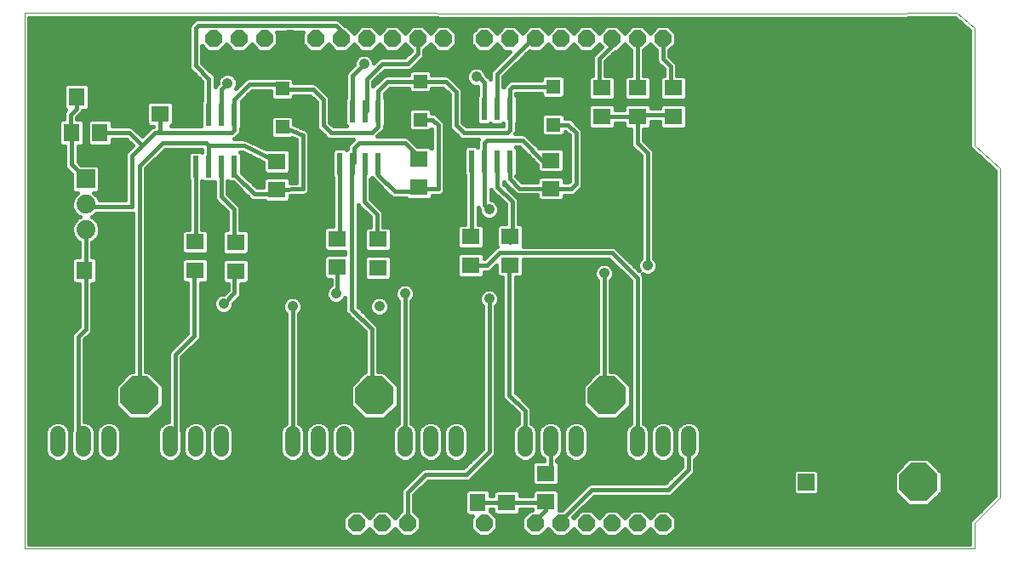
<source format=gtl>
G75*
%MOIN*%
%OFA0B0*%
%FSLAX25Y25*%
%IPPOS*%
%LPD*%
%AMOC8*
5,1,8,0,0,1.08239X$1,22.5*
%
%ADD10C,0.00000*%
%ADD11R,0.02362X0.08661*%
%ADD12R,0.07098X0.06299*%
%ADD13R,0.07087X0.06299*%
%ADD14R,0.05512X0.05512*%
%ADD15R,0.06299X0.07087*%
%ADD16OC8,0.06600*%
%ADD17C,0.06600*%
%ADD18R,0.06500X0.06500*%
%ADD19R,0.06299X0.07098*%
%ADD20R,0.07400X0.07400*%
%ADD21C,0.07400*%
%ADD22OC8,0.15000*%
%ADD23C,0.06000*%
%ADD24C,0.01600*%
%ADD25C,0.01000*%
%ADD26C,0.04134*%
D10*
X0005000Y0005000D02*
X0005000Y0215000D01*
X0330921Y0214701D01*
X0370000Y0215000D01*
X0377000Y0209000D01*
X0377000Y0163000D01*
X0387000Y0154000D01*
X0387000Y0025000D01*
X0377000Y0015000D01*
X0377000Y0005000D01*
X0005000Y0005000D01*
D11*
X0072185Y0154748D03*
X0077185Y0154748D03*
X0082185Y0154748D03*
X0087185Y0154748D03*
X0087185Y0175220D03*
X0082185Y0175220D03*
X0077185Y0175220D03*
X0072185Y0175220D03*
X0128500Y0176299D03*
X0133500Y0176299D03*
X0138500Y0176299D03*
X0143500Y0176299D03*
X0143500Y0155827D03*
X0138500Y0155827D03*
X0133500Y0155827D03*
X0128500Y0155827D03*
X0180106Y0156787D03*
X0185106Y0156787D03*
X0190106Y0156787D03*
X0195106Y0156787D03*
X0195106Y0177260D03*
X0190106Y0177260D03*
X0185106Y0177260D03*
X0180106Y0177260D03*
D12*
X0231000Y0174402D03*
X0245000Y0174402D03*
X0259000Y0174402D03*
X0259000Y0185598D03*
X0245000Y0185598D03*
X0231000Y0185598D03*
X0195244Y0127425D03*
X0179890Y0127268D03*
X0179890Y0116071D03*
X0195244Y0116228D03*
X0143362Y0115071D03*
X0127614Y0115307D03*
X0127614Y0126504D03*
X0143362Y0126268D03*
X0087677Y0125031D03*
X0071929Y0125268D03*
X0071929Y0114071D03*
X0087677Y0113835D03*
X0193898Y0034244D03*
X0209102Y0034535D03*
X0209102Y0023339D03*
X0193898Y0023047D03*
D13*
X0211268Y0146213D03*
X0211268Y0157236D03*
X0159386Y0157795D03*
X0159386Y0146772D03*
X0103937Y0145811D03*
X0103937Y0156835D03*
X0058000Y0175488D03*
X0058000Y0186512D03*
D14*
X0106000Y0185291D03*
X0106000Y0170331D03*
X0160000Y0173205D03*
X0160000Y0188165D03*
X0212063Y0186102D03*
X0212063Y0171142D03*
D15*
X0028512Y0114000D03*
X0017488Y0114000D03*
X0171472Y0023150D03*
X0182496Y0023150D03*
D16*
X0185000Y0015000D03*
X0175000Y0015000D03*
X0165000Y0015000D03*
X0155000Y0015000D03*
X0145000Y0015000D03*
X0135000Y0015000D03*
X0205000Y0015000D03*
X0215000Y0015000D03*
X0225000Y0015000D03*
X0235000Y0015000D03*
X0245000Y0015000D03*
X0255000Y0015000D03*
X0255000Y0205000D03*
X0245000Y0205000D03*
X0235000Y0205000D03*
X0225000Y0205000D03*
X0215000Y0205000D03*
X0205000Y0205000D03*
X0195000Y0205000D03*
X0185000Y0205000D03*
X0169000Y0205000D03*
X0159000Y0205000D03*
X0149000Y0205000D03*
X0139000Y0205000D03*
X0129000Y0205000D03*
X0119000Y0205000D03*
X0109000Y0205000D03*
X0099000Y0205000D03*
X0089000Y0205000D03*
X0079000Y0205000D03*
D17*
X0311000Y0061000D03*
D18*
X0311000Y0031000D03*
D19*
X0036598Y0182000D03*
X0025402Y0182000D03*
X0023402Y0168000D03*
X0034598Y0168000D03*
D20*
X0029000Y0150000D03*
D21*
X0029000Y0140000D03*
X0029000Y0130000D03*
D22*
X0050000Y0065000D03*
X0142000Y0065000D03*
X0233000Y0065000D03*
X0354000Y0062000D03*
X0355000Y0031000D03*
D23*
X0265000Y0044000D02*
X0265000Y0050000D01*
X0255000Y0050000D02*
X0255000Y0044000D01*
X0245000Y0044000D02*
X0245000Y0050000D01*
X0221000Y0050000D02*
X0221000Y0044000D01*
X0211000Y0044000D02*
X0211000Y0050000D01*
X0201000Y0050000D02*
X0201000Y0044000D01*
X0174000Y0044000D02*
X0174000Y0050000D01*
X0164000Y0050000D02*
X0164000Y0044000D01*
X0154000Y0044000D02*
X0154000Y0050000D01*
X0130000Y0050000D02*
X0130000Y0044000D01*
X0120000Y0044000D02*
X0120000Y0050000D01*
X0110000Y0050000D02*
X0110000Y0044000D01*
X0082000Y0044000D02*
X0082000Y0050000D01*
X0072000Y0050000D02*
X0072000Y0044000D01*
X0062000Y0044000D02*
X0062000Y0050000D01*
X0038000Y0050000D02*
X0038000Y0044000D01*
X0028000Y0044000D02*
X0028000Y0050000D01*
X0018000Y0050000D02*
X0018000Y0044000D01*
D24*
X0022478Y0042268D02*
X0023522Y0042268D01*
X0023200Y0043045D02*
X0023931Y0041281D01*
X0025281Y0039931D01*
X0027045Y0039200D01*
X0028955Y0039200D01*
X0030719Y0039931D01*
X0032069Y0041281D01*
X0032800Y0043045D01*
X0032800Y0050955D01*
X0032069Y0052719D01*
X0030719Y0054069D01*
X0028955Y0054800D01*
X0028600Y0054800D01*
X0028600Y0086923D01*
X0030473Y0088796D01*
X0031204Y0089527D01*
X0031600Y0090483D01*
X0031600Y0108657D01*
X0032407Y0108657D01*
X0033461Y0109711D01*
X0033461Y0118289D01*
X0032407Y0119343D01*
X0031600Y0119343D01*
X0031600Y0125124D01*
X0032115Y0125337D01*
X0033663Y0126884D01*
X0034500Y0128906D01*
X0034500Y0131094D01*
X0033663Y0133115D01*
X0032115Y0134663D01*
X0031301Y0135000D01*
X0032115Y0135337D01*
X0033178Y0136400D01*
X0047400Y0136400D01*
X0047400Y0074300D01*
X0046148Y0074300D01*
X0040700Y0068852D01*
X0040700Y0061148D01*
X0046148Y0055700D01*
X0053852Y0055700D01*
X0059300Y0061148D01*
X0059300Y0068852D01*
X0053852Y0074300D01*
X0052600Y0074300D01*
X0052600Y0153923D01*
X0060077Y0161400D01*
X0074435Y0161400D01*
X0074455Y0160536D01*
X0074112Y0160879D01*
X0070258Y0160879D01*
X0069204Y0159824D01*
X0069204Y0149672D01*
X0069400Y0149476D01*
X0069400Y0130217D01*
X0067634Y0130217D01*
X0066580Y0129163D01*
X0066580Y0121373D01*
X0067634Y0120318D01*
X0076224Y0120318D01*
X0077278Y0121373D01*
X0077278Y0129163D01*
X0076224Y0130217D01*
X0074600Y0130217D01*
X0074600Y0149106D01*
X0074685Y0149191D01*
X0075258Y0148617D01*
X0079112Y0148617D01*
X0079400Y0148906D01*
X0079400Y0142483D01*
X0079796Y0141527D01*
X0084400Y0136923D01*
X0084400Y0129981D01*
X0083382Y0129981D01*
X0082328Y0128927D01*
X0082328Y0121136D01*
X0083382Y0120082D01*
X0091972Y0120082D01*
X0093026Y0121136D01*
X0093026Y0128927D01*
X0091972Y0129981D01*
X0089600Y0129981D01*
X0089600Y0138517D01*
X0089204Y0139473D01*
X0088473Y0140204D01*
X0084600Y0144077D01*
X0084600Y0149106D01*
X0084685Y0149191D01*
X0085258Y0148617D01*
X0086706Y0148617D01*
X0092796Y0142527D01*
X0093527Y0141796D01*
X0094483Y0141400D01*
X0099110Y0141400D01*
X0099648Y0140861D01*
X0108226Y0140861D01*
X0109280Y0141916D01*
X0109280Y0143311D01*
X0114024Y0143400D01*
X0114517Y0143400D01*
X0114541Y0143410D01*
X0114566Y0143410D01*
X0115017Y0143607D01*
X0115473Y0143796D01*
X0115491Y0143814D01*
X0115514Y0143824D01*
X0115856Y0144179D01*
X0116204Y0144527D01*
X0116214Y0144551D01*
X0116231Y0144569D01*
X0116411Y0145027D01*
X0116600Y0145483D01*
X0116600Y0145508D01*
X0116609Y0145532D01*
X0116600Y0146024D01*
X0116600Y0166999D01*
X0116601Y0167512D01*
X0116600Y0167515D01*
X0116600Y0167517D01*
X0116403Y0167993D01*
X0116207Y0168469D01*
X0116205Y0168471D01*
X0116204Y0168473D01*
X0115842Y0168835D01*
X0115477Y0169201D01*
X0115474Y0169202D01*
X0115473Y0169204D01*
X0114998Y0169401D01*
X0110556Y0171250D01*
X0110556Y0173832D01*
X0109501Y0174887D01*
X0102498Y0174887D01*
X0101444Y0173832D01*
X0101444Y0166829D01*
X0102498Y0165775D01*
X0109501Y0165775D01*
X0109700Y0165974D01*
X0111400Y0165266D01*
X0111400Y0148552D01*
X0109280Y0148512D01*
X0109280Y0149706D01*
X0108226Y0150761D01*
X0099648Y0150761D01*
X0098594Y0149706D01*
X0098594Y0146600D01*
X0096077Y0146600D01*
X0090166Y0152511D01*
X0090166Y0159824D01*
X0089590Y0160400D01*
X0090412Y0160400D01*
X0098594Y0156501D01*
X0098594Y0152939D01*
X0099648Y0151885D01*
X0108226Y0151885D01*
X0109280Y0152939D01*
X0109280Y0160730D01*
X0108226Y0161784D01*
X0099648Y0161784D01*
X0099631Y0161767D01*
X0092522Y0165155D01*
X0092473Y0165204D01*
X0092057Y0165376D01*
X0091652Y0165570D01*
X0091582Y0165573D01*
X0091517Y0165600D01*
X0091068Y0165600D01*
X0090619Y0165623D01*
X0090553Y0165600D01*
X0087000Y0165600D01*
X0087473Y0165796D01*
X0088204Y0166527D01*
X0089389Y0167712D01*
X0089785Y0168668D01*
X0089785Y0169763D01*
X0090166Y0170144D01*
X0090166Y0180297D01*
X0090070Y0180393D01*
X0094077Y0184400D01*
X0101444Y0184400D01*
X0101444Y0181790D01*
X0102498Y0180735D01*
X0109501Y0180735D01*
X0110556Y0181790D01*
X0110556Y0182400D01*
X0116923Y0182400D01*
X0119400Y0179923D01*
X0119400Y0170483D01*
X0119796Y0169527D01*
X0123527Y0165796D01*
X0124483Y0165400D01*
X0133723Y0165400D01*
X0132527Y0164204D01*
X0131796Y0163473D01*
X0131400Y0162517D01*
X0131400Y0161784D01*
X0131000Y0161384D01*
X0130427Y0161957D01*
X0126573Y0161957D01*
X0125519Y0160903D01*
X0125519Y0150750D01*
X0125900Y0150369D01*
X0125900Y0131454D01*
X0123319Y0131454D01*
X0122265Y0130399D01*
X0122265Y0122609D01*
X0123319Y0121554D01*
X0130550Y0121554D01*
X0130550Y0120257D01*
X0123319Y0120257D01*
X0122265Y0119202D01*
X0122265Y0111412D01*
X0123319Y0110357D01*
X0125014Y0110357D01*
X0125014Y0108363D01*
X0124810Y0108278D01*
X0123722Y0107190D01*
X0123133Y0105769D01*
X0123133Y0104231D01*
X0123722Y0102810D01*
X0124810Y0101722D01*
X0126231Y0101133D01*
X0127769Y0101133D01*
X0129190Y0101722D01*
X0130278Y0102810D01*
X0130550Y0103466D01*
X0130550Y0098333D01*
X0130946Y0097377D01*
X0138400Y0089923D01*
X0138400Y0074300D01*
X0138148Y0074300D01*
X0132700Y0068852D01*
X0132700Y0061148D01*
X0138148Y0055700D01*
X0145852Y0055700D01*
X0151300Y0061148D01*
X0151300Y0068852D01*
X0145852Y0074300D01*
X0143600Y0074300D01*
X0143600Y0091517D01*
X0143204Y0092473D01*
X0142473Y0093204D01*
X0135750Y0099927D01*
X0135750Y0139638D01*
X0135796Y0139527D01*
X0140400Y0134923D01*
X0140400Y0131217D01*
X0139067Y0131217D01*
X0138013Y0130163D01*
X0138013Y0122373D01*
X0139067Y0121318D01*
X0147657Y0121318D01*
X0148711Y0122373D01*
X0148711Y0130163D01*
X0147657Y0131217D01*
X0145600Y0131217D01*
X0145600Y0136517D01*
X0145204Y0137473D01*
X0144473Y0138204D01*
X0140600Y0142077D01*
X0140600Y0149869D01*
X0141000Y0150269D01*
X0141573Y0149696D01*
X0141627Y0149696D01*
X0147796Y0143527D01*
X0148527Y0142796D01*
X0149483Y0142400D01*
X0154519Y0142400D01*
X0155097Y0141822D01*
X0163675Y0141822D01*
X0164729Y0142876D01*
X0164729Y0143400D01*
X0167517Y0143400D01*
X0168473Y0143796D01*
X0169204Y0144527D01*
X0169600Y0145483D01*
X0169600Y0171517D01*
X0169204Y0172473D01*
X0168473Y0173204D01*
X0166268Y0175409D01*
X0165312Y0175805D01*
X0164556Y0175805D01*
X0164556Y0176706D01*
X0163501Y0177761D01*
X0156498Y0177761D01*
X0155444Y0176706D01*
X0155444Y0169703D01*
X0156498Y0168649D01*
X0163501Y0168649D01*
X0164400Y0169547D01*
X0164400Y0162020D01*
X0163675Y0162745D01*
X0158932Y0162745D01*
X0156204Y0165473D01*
X0155473Y0166204D01*
X0154517Y0166600D01*
X0143277Y0166600D01*
X0145704Y0169027D01*
X0146100Y0169983D01*
X0146100Y0170842D01*
X0146481Y0171223D01*
X0146481Y0181376D01*
X0146100Y0181757D01*
X0146100Y0183423D01*
X0148077Y0185400D01*
X0155444Y0185400D01*
X0155444Y0184664D01*
X0156498Y0183609D01*
X0163501Y0183609D01*
X0164556Y0184664D01*
X0164556Y0185400D01*
X0168923Y0185400D01*
X0171400Y0182923D01*
X0171400Y0170483D01*
X0171796Y0169527D01*
X0172527Y0168796D01*
X0175527Y0165796D01*
X0176483Y0165400D01*
X0182766Y0165400D01*
X0182400Y0164517D01*
X0182400Y0162551D01*
X0182033Y0162918D01*
X0178180Y0162918D01*
X0177125Y0161864D01*
X0177125Y0151711D01*
X0177506Y0151330D01*
X0177506Y0132217D01*
X0175595Y0132217D01*
X0174541Y0131163D01*
X0174541Y0123373D01*
X0175595Y0122318D01*
X0184185Y0122318D01*
X0185239Y0123373D01*
X0185239Y0131163D01*
X0184185Y0132217D01*
X0182706Y0132217D01*
X0182706Y0138894D01*
X0182902Y0138421D01*
X0183133Y0138190D01*
X0183133Y0137231D01*
X0183722Y0135810D01*
X0184810Y0134722D01*
X0186231Y0134133D01*
X0187769Y0134133D01*
X0189190Y0134722D01*
X0190278Y0135810D01*
X0190867Y0137231D01*
X0190867Y0138769D01*
X0190278Y0140190D01*
X0189190Y0141278D01*
X0187769Y0141867D01*
X0187706Y0141867D01*
X0187706Y0145894D01*
X0187902Y0145421D01*
X0193400Y0139923D01*
X0193400Y0132375D01*
X0190949Y0132375D01*
X0189895Y0131320D01*
X0189895Y0123530D01*
X0190043Y0123382D01*
X0189559Y0123182D01*
X0188828Y0122451D01*
X0185239Y0118862D01*
X0185239Y0119966D01*
X0184185Y0121020D01*
X0175595Y0121020D01*
X0174541Y0119966D01*
X0174541Y0112176D01*
X0175595Y0111121D01*
X0184185Y0111121D01*
X0185239Y0112176D01*
X0185239Y0113471D01*
X0186642Y0113471D01*
X0187598Y0113867D01*
X0189895Y0116164D01*
X0189895Y0112333D01*
X0190949Y0111279D01*
X0192200Y0111279D01*
X0192200Y0064683D01*
X0192596Y0063727D01*
X0198400Y0057923D01*
X0198400Y0054119D01*
X0198281Y0054069D01*
X0196931Y0052719D01*
X0196200Y0050955D01*
X0196200Y0043045D01*
X0196931Y0041281D01*
X0198281Y0039931D01*
X0200045Y0039200D01*
X0201955Y0039200D01*
X0203719Y0039931D01*
X0205069Y0041281D01*
X0205800Y0043045D01*
X0205800Y0050955D01*
X0205069Y0052719D01*
X0203719Y0054069D01*
X0203600Y0054119D01*
X0203600Y0059517D01*
X0203204Y0060473D01*
X0202473Y0061204D01*
X0197400Y0066277D01*
X0197400Y0111279D01*
X0199539Y0111279D01*
X0200593Y0112333D01*
X0200593Y0118378D01*
X0233945Y0118378D01*
X0242400Y0109923D01*
X0242400Y0054119D01*
X0242281Y0054069D01*
X0240931Y0052719D01*
X0240200Y0050955D01*
X0240200Y0043045D01*
X0240931Y0041281D01*
X0242281Y0039931D01*
X0244045Y0039200D01*
X0245955Y0039200D01*
X0247719Y0039931D01*
X0249069Y0041281D01*
X0249800Y0043045D01*
X0249800Y0050955D01*
X0249069Y0052719D01*
X0247719Y0054069D01*
X0247600Y0054119D01*
X0247600Y0111517D01*
X0247204Y0112473D01*
X0247058Y0112619D01*
X0248231Y0112133D01*
X0249769Y0112133D01*
X0251190Y0112722D01*
X0252278Y0113810D01*
X0252867Y0115231D01*
X0252867Y0116769D01*
X0252278Y0118190D01*
X0251600Y0118869D01*
X0251600Y0160517D01*
X0251204Y0161473D01*
X0247600Y0165077D01*
X0247600Y0169452D01*
X0249295Y0169452D01*
X0250349Y0170506D01*
X0250349Y0172400D01*
X0253651Y0172400D01*
X0253651Y0170506D01*
X0254705Y0169452D01*
X0263295Y0169452D01*
X0264349Y0170506D01*
X0264349Y0178297D01*
X0263295Y0179351D01*
X0254705Y0179351D01*
X0253651Y0178297D01*
X0253651Y0177600D01*
X0250349Y0177600D01*
X0250349Y0178297D01*
X0249295Y0179351D01*
X0240705Y0179351D01*
X0239651Y0178297D01*
X0239651Y0177002D01*
X0236349Y0177002D01*
X0236349Y0178297D01*
X0235295Y0179351D01*
X0226705Y0179351D01*
X0225651Y0178297D01*
X0225651Y0170506D01*
X0226705Y0169452D01*
X0235295Y0169452D01*
X0236349Y0170506D01*
X0236349Y0171802D01*
X0239651Y0171802D01*
X0239651Y0170506D01*
X0240705Y0169452D01*
X0242400Y0169452D01*
X0242400Y0163483D01*
X0242796Y0162527D01*
X0243527Y0161796D01*
X0246400Y0158923D01*
X0246400Y0118869D01*
X0245722Y0118190D01*
X0245133Y0116769D01*
X0245133Y0115231D01*
X0245619Y0114058D01*
X0236495Y0123182D01*
X0235539Y0123578D01*
X0200593Y0123578D01*
X0200593Y0131320D01*
X0199539Y0132375D01*
X0198600Y0132375D01*
X0198600Y0141517D01*
X0198204Y0142473D01*
X0197473Y0143204D01*
X0197473Y0143204D01*
X0192706Y0147971D01*
X0192706Y0148743D01*
X0192796Y0148527D01*
X0193527Y0147796D01*
X0197315Y0144008D01*
X0198270Y0143613D01*
X0205924Y0143613D01*
X0205924Y0142317D01*
X0206979Y0141263D01*
X0215557Y0141263D01*
X0216611Y0142317D01*
X0216611Y0143400D01*
X0219517Y0143400D01*
X0220473Y0143796D01*
X0221204Y0144527D01*
X0223204Y0146527D01*
X0223600Y0147483D01*
X0223600Y0168517D01*
X0223204Y0169473D01*
X0222473Y0170204D01*
X0219331Y0173346D01*
X0218375Y0173742D01*
X0216619Y0173742D01*
X0216619Y0174643D01*
X0215564Y0175698D01*
X0208561Y0175698D01*
X0207507Y0174643D01*
X0207507Y0167640D01*
X0208561Y0166586D01*
X0215564Y0166586D01*
X0216619Y0167640D01*
X0216619Y0168542D01*
X0216781Y0168542D01*
X0218400Y0166923D01*
X0218400Y0149077D01*
X0217923Y0148600D01*
X0216611Y0148600D01*
X0216611Y0150108D01*
X0215557Y0151162D01*
X0206979Y0151162D01*
X0205924Y0150108D01*
X0205924Y0148813D01*
X0199864Y0148813D01*
X0197600Y0151077D01*
X0197600Y0151224D01*
X0198087Y0151711D01*
X0198087Y0161864D01*
X0197551Y0162400D01*
X0198923Y0162400D01*
X0205924Y0155399D01*
X0205924Y0153341D01*
X0206979Y0152287D01*
X0215557Y0152287D01*
X0216611Y0153341D01*
X0216611Y0161131D01*
X0215557Y0162186D01*
X0206979Y0162186D01*
X0206735Y0161942D01*
X0202204Y0166473D01*
X0201473Y0167204D01*
X0200517Y0167600D01*
X0197277Y0167600D01*
X0197310Y0167634D01*
X0197706Y0168589D01*
X0197706Y0171802D01*
X0198087Y0172184D01*
X0198087Y0182336D01*
X0197600Y0182824D01*
X0197600Y0183502D01*
X0207507Y0183502D01*
X0207507Y0182601D01*
X0208561Y0181546D01*
X0215564Y0181546D01*
X0216619Y0182601D01*
X0216619Y0189604D01*
X0215564Y0190658D01*
X0208561Y0190658D01*
X0207507Y0189604D01*
X0207507Y0188702D01*
X0195585Y0188702D01*
X0194630Y0188307D01*
X0193527Y0187204D01*
X0192796Y0186473D01*
X0192600Y0186000D01*
X0192600Y0189923D01*
X0202732Y0200055D01*
X0202888Y0199900D01*
X0207112Y0199900D01*
X0210000Y0202788D01*
X0212888Y0199900D01*
X0217112Y0199900D01*
X0220000Y0202788D01*
X0222888Y0199900D01*
X0227112Y0199900D01*
X0230000Y0202788D01*
X0231055Y0201732D01*
X0228527Y0199204D01*
X0227796Y0198473D01*
X0227400Y0197517D01*
X0227400Y0190548D01*
X0226705Y0190548D01*
X0225651Y0189494D01*
X0225651Y0181703D01*
X0226705Y0180649D01*
X0235295Y0180649D01*
X0236349Y0181703D01*
X0236349Y0189494D01*
X0235295Y0190548D01*
X0232600Y0190548D01*
X0232600Y0195923D01*
X0236577Y0199900D01*
X0237112Y0199900D01*
X0240000Y0202788D01*
X0242400Y0200388D01*
X0242400Y0190548D01*
X0240705Y0190548D01*
X0239651Y0189494D01*
X0239651Y0181703D01*
X0240705Y0180649D01*
X0249295Y0180649D01*
X0250349Y0181703D01*
X0250349Y0189494D01*
X0249295Y0190548D01*
X0247600Y0190548D01*
X0247600Y0200388D01*
X0250000Y0202788D01*
X0252400Y0200388D01*
X0252400Y0196483D01*
X0252796Y0195527D01*
X0255400Y0192923D01*
X0255400Y0190548D01*
X0254705Y0190548D01*
X0253651Y0189494D01*
X0253651Y0181703D01*
X0254705Y0180649D01*
X0263295Y0180649D01*
X0264349Y0181703D01*
X0264349Y0189494D01*
X0263295Y0190548D01*
X0260600Y0190548D01*
X0260600Y0194517D01*
X0260204Y0195473D01*
X0259473Y0196204D01*
X0257600Y0198077D01*
X0257600Y0200388D01*
X0260100Y0202888D01*
X0260100Y0207112D01*
X0257112Y0210100D01*
X0252888Y0210100D01*
X0250000Y0207212D01*
X0247112Y0210100D01*
X0242888Y0210100D01*
X0240000Y0207212D01*
X0237112Y0210100D01*
X0232888Y0210100D01*
X0230000Y0207212D01*
X0227112Y0210100D01*
X0222888Y0210100D01*
X0220000Y0207212D01*
X0217112Y0210100D01*
X0212888Y0210100D01*
X0210000Y0207212D01*
X0207112Y0210100D01*
X0202888Y0210100D01*
X0200000Y0207212D01*
X0197112Y0210100D01*
X0192888Y0210100D01*
X0190000Y0207212D01*
X0187112Y0210100D01*
X0182888Y0210100D01*
X0179900Y0207112D01*
X0179900Y0202888D01*
X0182888Y0199900D01*
X0187112Y0199900D01*
X0190000Y0202788D01*
X0192888Y0199900D01*
X0195223Y0199900D01*
X0188527Y0193204D01*
X0187796Y0192473D01*
X0187400Y0191517D01*
X0187400Y0189150D01*
X0187310Y0189366D01*
X0185838Y0190839D01*
X0185278Y0192190D01*
X0184190Y0193278D01*
X0182769Y0193867D01*
X0181231Y0193867D01*
X0179810Y0193278D01*
X0178722Y0192190D01*
X0178133Y0190769D01*
X0178133Y0189231D01*
X0178722Y0187810D01*
X0179810Y0186722D01*
X0181231Y0186133D01*
X0182506Y0186133D01*
X0182506Y0182717D01*
X0182125Y0182336D01*
X0182125Y0172184D01*
X0183180Y0171129D01*
X0187033Y0171129D01*
X0187606Y0171702D01*
X0188180Y0171129D01*
X0192033Y0171129D01*
X0192506Y0171602D01*
X0192506Y0170600D01*
X0178077Y0170600D01*
X0176600Y0172077D01*
X0176600Y0184517D01*
X0176204Y0185473D01*
X0172204Y0189473D01*
X0171473Y0190204D01*
X0170517Y0190600D01*
X0164556Y0190600D01*
X0164556Y0191667D01*
X0163501Y0192721D01*
X0156498Y0192721D01*
X0155444Y0191667D01*
X0155444Y0190600D01*
X0146483Y0190600D01*
X0145527Y0190204D01*
X0144796Y0189473D01*
X0141600Y0186277D01*
X0141600Y0187923D01*
X0146077Y0192400D01*
X0155517Y0192400D01*
X0156473Y0192796D01*
X0157204Y0193527D01*
X0161204Y0197527D01*
X0161600Y0198483D01*
X0161600Y0200388D01*
X0164000Y0202788D01*
X0166888Y0199900D01*
X0171112Y0199900D01*
X0174100Y0202888D01*
X0174100Y0207112D01*
X0171112Y0210100D01*
X0166888Y0210100D01*
X0164000Y0207212D01*
X0161112Y0210100D01*
X0156888Y0210100D01*
X0154000Y0207212D01*
X0151112Y0210100D01*
X0146888Y0210100D01*
X0144000Y0207212D01*
X0141112Y0210100D01*
X0136888Y0210100D01*
X0134000Y0207212D01*
X0131112Y0210100D01*
X0130577Y0210100D01*
X0129204Y0211473D01*
X0128473Y0212204D01*
X0127517Y0212600D01*
X0111871Y0212600D01*
X0111630Y0212700D01*
X0072583Y0212700D01*
X0071627Y0212304D01*
X0070527Y0211204D01*
X0069796Y0210473D01*
X0069400Y0209517D01*
X0069400Y0193853D01*
X0069796Y0192897D01*
X0074585Y0188108D01*
X0074585Y0180678D01*
X0074204Y0180297D01*
X0074204Y0170600D01*
X0062350Y0170600D01*
X0063343Y0171593D01*
X0063343Y0179383D01*
X0062289Y0180438D01*
X0053711Y0180438D01*
X0052657Y0179383D01*
X0052657Y0171593D01*
X0053711Y0170539D01*
X0055335Y0170539D01*
X0054527Y0170204D01*
X0051000Y0166677D01*
X0047473Y0170204D01*
X0046517Y0170600D01*
X0039548Y0170600D01*
X0039548Y0172295D01*
X0038494Y0173349D01*
X0030703Y0173349D01*
X0029649Y0172295D01*
X0029649Y0163705D01*
X0030703Y0162651D01*
X0038494Y0162651D01*
X0039548Y0163705D01*
X0039548Y0165400D01*
X0044923Y0165400D01*
X0047323Y0163000D01*
X0044796Y0160473D01*
X0044400Y0159517D01*
X0044400Y0141600D01*
X0034290Y0141600D01*
X0033663Y0143115D01*
X0032278Y0144500D01*
X0033446Y0144500D01*
X0034500Y0145554D01*
X0034500Y0154446D01*
X0033446Y0155500D01*
X0027177Y0155500D01*
X0026002Y0156675D01*
X0026002Y0162651D01*
X0027297Y0162651D01*
X0028351Y0163705D01*
X0028351Y0172295D01*
X0027297Y0173349D01*
X0025600Y0173349D01*
X0025600Y0173923D01*
X0027606Y0175929D01*
X0027905Y0176651D01*
X0029297Y0176651D01*
X0030351Y0177705D01*
X0030351Y0186295D01*
X0029297Y0187349D01*
X0021506Y0187349D01*
X0020452Y0186295D01*
X0020452Y0177705D01*
X0021240Y0176917D01*
X0020796Y0176473D01*
X0020400Y0175517D01*
X0020400Y0173349D01*
X0019506Y0173349D01*
X0018452Y0172295D01*
X0018452Y0163705D01*
X0019506Y0162651D01*
X0020802Y0162651D01*
X0020802Y0155081D01*
X0021197Y0154126D01*
X0023500Y0151823D01*
X0023500Y0145554D01*
X0024554Y0144500D01*
X0025722Y0144500D01*
X0024337Y0143115D01*
X0023500Y0141094D01*
X0023500Y0138906D01*
X0024337Y0136884D01*
X0025884Y0135337D01*
X0026699Y0135000D01*
X0025884Y0134663D01*
X0024337Y0133115D01*
X0023500Y0131094D01*
X0023500Y0128906D01*
X0024337Y0126884D01*
X0025884Y0125337D01*
X0026400Y0125124D01*
X0026400Y0119343D01*
X0024617Y0119343D01*
X0023562Y0118289D01*
X0023562Y0109711D01*
X0024617Y0108657D01*
X0026400Y0108657D01*
X0026400Y0092077D01*
X0024527Y0090204D01*
X0023796Y0089473D01*
X0023400Y0088517D01*
X0023400Y0051438D01*
X0023200Y0050955D01*
X0023200Y0043045D01*
X0022800Y0043045D02*
X0022800Y0050955D01*
X0022069Y0052719D01*
X0020719Y0054069D01*
X0018955Y0054800D01*
X0017045Y0054800D01*
X0015281Y0054069D01*
X0013931Y0052719D01*
X0013200Y0050955D01*
X0013200Y0043045D01*
X0013931Y0041281D01*
X0015281Y0039931D01*
X0017045Y0039200D01*
X0018955Y0039200D01*
X0020719Y0039931D01*
X0022069Y0041281D01*
X0022800Y0043045D01*
X0022800Y0043866D02*
X0023200Y0043866D01*
X0023200Y0045465D02*
X0022800Y0045465D01*
X0022800Y0047063D02*
X0023200Y0047063D01*
X0023200Y0048662D02*
X0022800Y0048662D01*
X0022800Y0050260D02*
X0023200Y0050260D01*
X0023400Y0051859D02*
X0022426Y0051859D01*
X0023400Y0053457D02*
X0021331Y0053457D01*
X0023400Y0055056D02*
X0006800Y0055056D01*
X0006800Y0056654D02*
X0023400Y0056654D01*
X0023400Y0058253D02*
X0006800Y0058253D01*
X0006800Y0059851D02*
X0023400Y0059851D01*
X0023400Y0061450D02*
X0006800Y0061450D01*
X0006800Y0063048D02*
X0023400Y0063048D01*
X0023400Y0064647D02*
X0006800Y0064647D01*
X0006800Y0066245D02*
X0023400Y0066245D01*
X0023400Y0067844D02*
X0006800Y0067844D01*
X0006800Y0069442D02*
X0023400Y0069442D01*
X0023400Y0071041D02*
X0006800Y0071041D01*
X0006800Y0072639D02*
X0023400Y0072639D01*
X0023400Y0074238D02*
X0006800Y0074238D01*
X0006800Y0075836D02*
X0023400Y0075836D01*
X0023400Y0077435D02*
X0006800Y0077435D01*
X0006800Y0079033D02*
X0023400Y0079033D01*
X0023400Y0080632D02*
X0006800Y0080632D01*
X0006800Y0082230D02*
X0023400Y0082230D01*
X0023400Y0083829D02*
X0006800Y0083829D01*
X0006800Y0085427D02*
X0023400Y0085427D01*
X0023400Y0087026D02*
X0006800Y0087026D01*
X0006800Y0088624D02*
X0023444Y0088624D01*
X0024546Y0090223D02*
X0006800Y0090223D01*
X0006800Y0091821D02*
X0026144Y0091821D01*
X0026400Y0093420D02*
X0006800Y0093420D01*
X0006800Y0095018D02*
X0026400Y0095018D01*
X0026400Y0096617D02*
X0006800Y0096617D01*
X0006800Y0098215D02*
X0026400Y0098215D01*
X0026400Y0099814D02*
X0006800Y0099814D01*
X0006800Y0101412D02*
X0026400Y0101412D01*
X0026400Y0103011D02*
X0006800Y0103011D01*
X0006800Y0104609D02*
X0026400Y0104609D01*
X0026400Y0106208D02*
X0006800Y0106208D01*
X0006800Y0107806D02*
X0026400Y0107806D01*
X0023868Y0109405D02*
X0006800Y0109405D01*
X0006800Y0111003D02*
X0023562Y0111003D01*
X0023562Y0112602D02*
X0006800Y0112602D01*
X0006800Y0114201D02*
X0023562Y0114201D01*
X0023562Y0115799D02*
X0006800Y0115799D01*
X0006800Y0117398D02*
X0023562Y0117398D01*
X0024269Y0118996D02*
X0006800Y0118996D01*
X0006800Y0120595D02*
X0026400Y0120595D01*
X0026400Y0122193D02*
X0006800Y0122193D01*
X0006800Y0123792D02*
X0026400Y0123792D01*
X0025832Y0125390D02*
X0006800Y0125390D01*
X0006800Y0126989D02*
X0024294Y0126989D01*
X0023632Y0128587D02*
X0006800Y0128587D01*
X0006800Y0130186D02*
X0023500Y0130186D01*
X0023786Y0131784D02*
X0006800Y0131784D01*
X0006800Y0133383D02*
X0024604Y0133383D01*
X0026653Y0134981D02*
X0006800Y0134981D01*
X0006800Y0136580D02*
X0024642Y0136580D01*
X0023801Y0138178D02*
X0006800Y0138178D01*
X0006800Y0139777D02*
X0023500Y0139777D01*
X0023616Y0141375D02*
X0006800Y0141375D01*
X0006800Y0142974D02*
X0024279Y0142974D01*
X0024482Y0144572D02*
X0006800Y0144572D01*
X0006800Y0146171D02*
X0023500Y0146171D01*
X0023500Y0147769D02*
X0006800Y0147769D01*
X0006800Y0149368D02*
X0023500Y0149368D01*
X0023500Y0150966D02*
X0006800Y0150966D01*
X0006800Y0152565D02*
X0022758Y0152565D01*
X0021182Y0154163D02*
X0006800Y0154163D01*
X0006800Y0155762D02*
X0020802Y0155762D01*
X0020802Y0157360D02*
X0006800Y0157360D01*
X0006800Y0158959D02*
X0020802Y0158959D01*
X0020802Y0160557D02*
X0006800Y0160557D01*
X0006800Y0162156D02*
X0020802Y0162156D01*
X0018452Y0163754D02*
X0006800Y0163754D01*
X0006800Y0165353D02*
X0018452Y0165353D01*
X0018452Y0166951D02*
X0006800Y0166951D01*
X0006800Y0168550D02*
X0018452Y0168550D01*
X0018452Y0170148D02*
X0006800Y0170148D01*
X0006800Y0171747D02*
X0018452Y0171747D01*
X0019503Y0173345D02*
X0006800Y0173345D01*
X0006800Y0174944D02*
X0020400Y0174944D01*
X0020866Y0176542D02*
X0006800Y0176542D01*
X0006800Y0178141D02*
X0020452Y0178141D01*
X0020452Y0179739D02*
X0006800Y0179739D01*
X0006800Y0181338D02*
X0020452Y0181338D01*
X0020452Y0182937D02*
X0006800Y0182937D01*
X0006800Y0184535D02*
X0020452Y0184535D01*
X0020452Y0186134D02*
X0006800Y0186134D01*
X0006800Y0187732D02*
X0074585Y0187732D01*
X0074585Y0186134D02*
X0030351Y0186134D01*
X0030351Y0184535D02*
X0074585Y0184535D01*
X0074585Y0182937D02*
X0030351Y0182937D01*
X0030351Y0181338D02*
X0074585Y0181338D01*
X0074204Y0179739D02*
X0062987Y0179739D01*
X0063343Y0178141D02*
X0074204Y0178141D01*
X0074204Y0176542D02*
X0063343Y0176542D01*
X0063343Y0174944D02*
X0074204Y0174944D01*
X0074204Y0173345D02*
X0063343Y0173345D01*
X0063343Y0171747D02*
X0074204Y0171747D01*
X0077185Y0175220D02*
X0077185Y0189185D01*
X0072000Y0194370D01*
X0072000Y0209000D01*
X0073100Y0210100D01*
X0111112Y0210100D01*
X0111212Y0210000D01*
X0127000Y0210000D01*
X0129000Y0208000D01*
X0129000Y0205000D01*
X0133331Y0202119D02*
X0134669Y0202119D01*
X0134000Y0202788D02*
X0136888Y0199900D01*
X0141112Y0199900D01*
X0144000Y0202788D01*
X0146888Y0199900D01*
X0151112Y0199900D01*
X0154000Y0202788D01*
X0156400Y0200388D01*
X0156400Y0200077D01*
X0153923Y0197600D01*
X0144483Y0197600D01*
X0143527Y0197204D01*
X0141867Y0195544D01*
X0141867Y0195769D01*
X0141278Y0197190D01*
X0140190Y0198278D01*
X0138769Y0198867D01*
X0137231Y0198867D01*
X0135810Y0198278D01*
X0134722Y0197190D01*
X0134133Y0195769D01*
X0134133Y0194810D01*
X0131296Y0191973D01*
X0130900Y0191017D01*
X0130900Y0181757D01*
X0130519Y0181376D01*
X0130519Y0177603D01*
X0130400Y0177316D01*
X0130400Y0176282D01*
X0130519Y0175995D01*
X0130519Y0171223D01*
X0131142Y0170600D01*
X0126077Y0170600D01*
X0124600Y0172077D01*
X0124600Y0181517D01*
X0124204Y0182473D01*
X0120204Y0186473D01*
X0119473Y0187204D01*
X0118517Y0187600D01*
X0110556Y0187600D01*
X0110556Y0188793D01*
X0109501Y0189847D01*
X0102498Y0189847D01*
X0102251Y0189600D01*
X0092483Y0189600D01*
X0091527Y0189204D01*
X0090796Y0188473D01*
X0087881Y0185558D01*
X0088367Y0186731D01*
X0088367Y0188269D01*
X0087778Y0189690D01*
X0086690Y0190778D01*
X0085269Y0191367D01*
X0083731Y0191367D01*
X0082310Y0190778D01*
X0081222Y0189690D01*
X0080633Y0188269D01*
X0080633Y0187310D01*
X0079981Y0186658D01*
X0079785Y0186185D01*
X0079785Y0189702D01*
X0079389Y0190658D01*
X0074600Y0195447D01*
X0074600Y0202188D01*
X0076888Y0199900D01*
X0081112Y0199900D01*
X0084000Y0202788D01*
X0086888Y0199900D01*
X0091112Y0199900D01*
X0094000Y0202788D01*
X0096888Y0199900D01*
X0101112Y0199900D01*
X0104100Y0202888D01*
X0104100Y0207112D01*
X0103712Y0207500D01*
X0110454Y0207500D01*
X0110695Y0207400D01*
X0114188Y0207400D01*
X0113900Y0207112D01*
X0113900Y0202888D01*
X0116888Y0199900D01*
X0121112Y0199900D01*
X0124000Y0202788D01*
X0126888Y0199900D01*
X0131112Y0199900D01*
X0134000Y0202788D01*
X0131733Y0200520D02*
X0136267Y0200520D01*
X0134854Y0197323D02*
X0074600Y0197323D01*
X0074600Y0195725D02*
X0134133Y0195725D01*
X0133449Y0194126D02*
X0075921Y0194126D01*
X0077519Y0192528D02*
X0131851Y0192528D01*
X0130900Y0190929D02*
X0086326Y0190929D01*
X0087927Y0189331D02*
X0091832Y0189331D01*
X0090055Y0187732D02*
X0088367Y0187732D01*
X0088457Y0186134D02*
X0088120Y0186134D01*
X0084500Y0187500D02*
X0082185Y0185185D01*
X0082185Y0175220D01*
X0087185Y0175220D02*
X0087185Y0169185D01*
X0086000Y0168000D01*
X0057000Y0168000D01*
X0058000Y0169000D01*
X0058000Y0175488D01*
X0052657Y0174944D02*
X0026621Y0174944D01*
X0027301Y0173345D02*
X0030699Y0173345D01*
X0029649Y0171747D02*
X0028351Y0171747D01*
X0028351Y0170148D02*
X0029649Y0170148D01*
X0029649Y0168550D02*
X0028351Y0168550D01*
X0028351Y0166951D02*
X0029649Y0166951D01*
X0029649Y0165353D02*
X0028351Y0165353D01*
X0028351Y0163754D02*
X0029649Y0163754D01*
X0026002Y0162156D02*
X0046479Y0162156D01*
X0046569Y0163754D02*
X0039548Y0163754D01*
X0039548Y0165353D02*
X0044970Y0165353D01*
X0046000Y0168000D02*
X0051000Y0163000D01*
X0047000Y0159000D01*
X0047000Y0139000D01*
X0030000Y0139000D01*
X0029000Y0140000D01*
X0033721Y0142974D02*
X0044400Y0142974D01*
X0044400Y0144572D02*
X0033518Y0144572D01*
X0034500Y0146171D02*
X0044400Y0146171D01*
X0044400Y0147769D02*
X0034500Y0147769D01*
X0034500Y0149368D02*
X0044400Y0149368D01*
X0044400Y0150966D02*
X0034500Y0150966D01*
X0034500Y0152565D02*
X0044400Y0152565D01*
X0044400Y0154163D02*
X0034500Y0154163D01*
X0029000Y0150000D02*
X0023402Y0155598D01*
X0023402Y0168000D01*
X0023000Y0168402D01*
X0023000Y0175000D01*
X0025402Y0177402D01*
X0025402Y0182000D01*
X0030351Y0179739D02*
X0053013Y0179739D01*
X0052657Y0178141D02*
X0030351Y0178141D01*
X0027860Y0176542D02*
X0052657Y0176542D01*
X0052657Y0173345D02*
X0038497Y0173345D01*
X0039548Y0171747D02*
X0052657Y0171747D01*
X0054471Y0170148D02*
X0047529Y0170148D01*
X0049127Y0168550D02*
X0052873Y0168550D01*
X0051274Y0166951D02*
X0050726Y0166951D01*
X0051000Y0163000D02*
X0056000Y0168000D01*
X0057000Y0168000D01*
X0059000Y0164000D02*
X0076000Y0164000D01*
X0077000Y0163000D01*
X0077185Y0154748D01*
X0072000Y0152000D02*
X0072000Y0125339D01*
X0071929Y0125268D01*
X0066580Y0125390D02*
X0052600Y0125390D01*
X0052600Y0123792D02*
X0066580Y0123792D01*
X0066580Y0122193D02*
X0052600Y0122193D01*
X0052600Y0120595D02*
X0067358Y0120595D01*
X0067634Y0119020D02*
X0066580Y0117966D01*
X0066580Y0110176D01*
X0067634Y0109121D01*
X0068900Y0109121D01*
X0068900Y0089577D01*
X0062527Y0083204D01*
X0061796Y0082473D01*
X0061400Y0081517D01*
X0061400Y0054800D01*
X0061045Y0054800D01*
X0059281Y0054069D01*
X0057931Y0052719D01*
X0057200Y0050955D01*
X0057200Y0043045D01*
X0057931Y0041281D01*
X0059281Y0039931D01*
X0061045Y0039200D01*
X0062955Y0039200D01*
X0064719Y0039931D01*
X0066069Y0041281D01*
X0066800Y0043045D01*
X0066800Y0050955D01*
X0066600Y0051438D01*
X0066600Y0079923D01*
X0073704Y0087027D01*
X0074100Y0087983D01*
X0074100Y0109121D01*
X0076224Y0109121D01*
X0077278Y0110176D01*
X0077278Y0117966D01*
X0076224Y0119020D01*
X0067634Y0119020D01*
X0067610Y0118996D02*
X0052600Y0118996D01*
X0052600Y0117398D02*
X0066580Y0117398D01*
X0066580Y0115799D02*
X0052600Y0115799D01*
X0052600Y0114201D02*
X0066580Y0114201D01*
X0066580Y0112602D02*
X0052600Y0112602D01*
X0052600Y0111003D02*
X0066580Y0111003D01*
X0067351Y0109405D02*
X0052600Y0109405D01*
X0052600Y0107806D02*
X0068900Y0107806D01*
X0068900Y0106208D02*
X0052600Y0106208D01*
X0052600Y0104609D02*
X0068900Y0104609D01*
X0068900Y0103011D02*
X0052600Y0103011D01*
X0052600Y0101412D02*
X0068900Y0101412D01*
X0068900Y0099814D02*
X0052600Y0099814D01*
X0052600Y0098215D02*
X0068900Y0098215D01*
X0068900Y0096617D02*
X0052600Y0096617D01*
X0052600Y0095018D02*
X0068900Y0095018D01*
X0068900Y0093420D02*
X0052600Y0093420D01*
X0052600Y0091821D02*
X0068900Y0091821D01*
X0068900Y0090223D02*
X0052600Y0090223D01*
X0052600Y0088624D02*
X0067947Y0088624D01*
X0066349Y0087026D02*
X0052600Y0087026D01*
X0052600Y0085427D02*
X0064750Y0085427D01*
X0063152Y0083829D02*
X0052600Y0083829D01*
X0052600Y0082230D02*
X0061695Y0082230D01*
X0061400Y0080632D02*
X0052600Y0080632D01*
X0052600Y0079033D02*
X0061400Y0079033D01*
X0061400Y0077435D02*
X0052600Y0077435D01*
X0052600Y0075836D02*
X0061400Y0075836D01*
X0061400Y0074238D02*
X0053914Y0074238D01*
X0055513Y0072639D02*
X0061400Y0072639D01*
X0061400Y0071041D02*
X0057111Y0071041D01*
X0058710Y0069442D02*
X0061400Y0069442D01*
X0061400Y0067844D02*
X0059300Y0067844D01*
X0059300Y0066245D02*
X0061400Y0066245D01*
X0061400Y0064647D02*
X0059300Y0064647D01*
X0059300Y0063048D02*
X0061400Y0063048D01*
X0061400Y0061450D02*
X0059300Y0061450D01*
X0058003Y0059851D02*
X0061400Y0059851D01*
X0061400Y0058253D02*
X0056405Y0058253D01*
X0054806Y0056654D02*
X0061400Y0056654D01*
X0061400Y0055056D02*
X0028600Y0055056D01*
X0028600Y0056654D02*
X0045194Y0056654D01*
X0043595Y0058253D02*
X0028600Y0058253D01*
X0028600Y0059851D02*
X0041997Y0059851D01*
X0040700Y0061450D02*
X0028600Y0061450D01*
X0028600Y0063048D02*
X0040700Y0063048D01*
X0040700Y0064647D02*
X0028600Y0064647D01*
X0028600Y0066245D02*
X0040700Y0066245D01*
X0040700Y0067844D02*
X0028600Y0067844D01*
X0028600Y0069442D02*
X0041290Y0069442D01*
X0042889Y0071041D02*
X0028600Y0071041D01*
X0028600Y0072639D02*
X0044487Y0072639D01*
X0046086Y0074238D02*
X0028600Y0074238D01*
X0028600Y0075836D02*
X0047400Y0075836D01*
X0047400Y0077435D02*
X0028600Y0077435D01*
X0028600Y0079033D02*
X0047400Y0079033D01*
X0047400Y0080632D02*
X0028600Y0080632D01*
X0028600Y0082230D02*
X0047400Y0082230D01*
X0047400Y0083829D02*
X0028600Y0083829D01*
X0028600Y0085427D02*
X0047400Y0085427D01*
X0047400Y0087026D02*
X0028703Y0087026D01*
X0030301Y0088624D02*
X0047400Y0088624D01*
X0047400Y0090223D02*
X0031492Y0090223D01*
X0031600Y0091821D02*
X0047400Y0091821D01*
X0047400Y0093420D02*
X0031600Y0093420D01*
X0031600Y0095018D02*
X0047400Y0095018D01*
X0047400Y0096617D02*
X0031600Y0096617D01*
X0031600Y0098215D02*
X0047400Y0098215D01*
X0047400Y0099814D02*
X0031600Y0099814D01*
X0031600Y0101412D02*
X0047400Y0101412D01*
X0047400Y0103011D02*
X0031600Y0103011D01*
X0031600Y0104609D02*
X0047400Y0104609D01*
X0047400Y0106208D02*
X0031600Y0106208D01*
X0031600Y0107806D02*
X0047400Y0107806D01*
X0047400Y0109405D02*
X0033155Y0109405D01*
X0033461Y0111003D02*
X0047400Y0111003D01*
X0047400Y0112602D02*
X0033461Y0112602D01*
X0033461Y0114201D02*
X0047400Y0114201D01*
X0047400Y0115799D02*
X0033461Y0115799D01*
X0033461Y0117398D02*
X0047400Y0117398D01*
X0047400Y0118996D02*
X0032754Y0118996D01*
X0031600Y0120595D02*
X0047400Y0120595D01*
X0047400Y0122193D02*
X0031600Y0122193D01*
X0031600Y0123792D02*
X0047400Y0123792D01*
X0047400Y0125390D02*
X0032168Y0125390D01*
X0033706Y0126989D02*
X0047400Y0126989D01*
X0047400Y0128587D02*
X0034368Y0128587D01*
X0034500Y0130186D02*
X0047400Y0130186D01*
X0047400Y0131784D02*
X0034214Y0131784D01*
X0033395Y0133383D02*
X0047400Y0133383D01*
X0047400Y0134981D02*
X0031347Y0134981D01*
X0029000Y0130000D02*
X0029000Y0114488D01*
X0028512Y0114000D01*
X0029000Y0113512D01*
X0029000Y0091000D01*
X0026000Y0088000D01*
X0026000Y0049000D01*
X0028000Y0047000D01*
X0032800Y0047063D02*
X0033200Y0047063D01*
X0033200Y0045465D02*
X0032800Y0045465D01*
X0032800Y0043866D02*
X0033200Y0043866D01*
X0033200Y0043045D02*
X0033931Y0041281D01*
X0035281Y0039931D01*
X0037045Y0039200D01*
X0038955Y0039200D01*
X0040719Y0039931D01*
X0042069Y0041281D01*
X0042800Y0043045D01*
X0042800Y0050955D01*
X0042069Y0052719D01*
X0040719Y0054069D01*
X0038955Y0054800D01*
X0037045Y0054800D01*
X0035281Y0054069D01*
X0033931Y0052719D01*
X0033200Y0050955D01*
X0033200Y0043045D01*
X0033522Y0042268D02*
X0032478Y0042268D01*
X0031457Y0040669D02*
X0034543Y0040669D01*
X0041457Y0040669D02*
X0058543Y0040669D01*
X0057522Y0042268D02*
X0042478Y0042268D01*
X0042800Y0043866D02*
X0057200Y0043866D01*
X0057200Y0045465D02*
X0042800Y0045465D01*
X0042800Y0047063D02*
X0057200Y0047063D01*
X0057200Y0048662D02*
X0042800Y0048662D01*
X0042800Y0050260D02*
X0057200Y0050260D01*
X0057574Y0051859D02*
X0042426Y0051859D01*
X0041331Y0053457D02*
X0058669Y0053457D01*
X0064000Y0049000D02*
X0062000Y0047000D01*
X0064000Y0049000D02*
X0064000Y0081000D01*
X0071500Y0088500D01*
X0071500Y0113900D01*
X0077278Y0114201D02*
X0082328Y0114201D01*
X0082328Y0115799D02*
X0077278Y0115799D01*
X0077278Y0117398D02*
X0082328Y0117398D01*
X0082328Y0117730D02*
X0082328Y0109939D01*
X0083382Y0108885D01*
X0084650Y0108885D01*
X0084650Y0106327D01*
X0083190Y0104867D01*
X0082231Y0104867D01*
X0080810Y0104278D01*
X0079722Y0103190D01*
X0079133Y0101769D01*
X0079133Y0100231D01*
X0079722Y0098810D01*
X0080810Y0097722D01*
X0082231Y0097133D01*
X0083769Y0097133D01*
X0085190Y0097722D01*
X0086278Y0098810D01*
X0086867Y0100231D01*
X0086867Y0101190D01*
X0089454Y0103777D01*
X0089850Y0104733D01*
X0089850Y0108885D01*
X0091972Y0108885D01*
X0093026Y0109939D01*
X0093026Y0117730D01*
X0091972Y0118784D01*
X0083382Y0118784D01*
X0082328Y0117730D01*
X0082870Y0120595D02*
X0076500Y0120595D01*
X0076248Y0118996D02*
X0122265Y0118996D01*
X0122265Y0117398D02*
X0093026Y0117398D01*
X0093026Y0115799D02*
X0122265Y0115799D01*
X0122265Y0114201D02*
X0093026Y0114201D01*
X0093026Y0112602D02*
X0122265Y0112602D01*
X0122673Y0111003D02*
X0093026Y0111003D01*
X0092492Y0109405D02*
X0125014Y0109405D01*
X0124338Y0107806D02*
X0089850Y0107806D01*
X0089850Y0106208D02*
X0123315Y0106208D01*
X0123133Y0104609D02*
X0089799Y0104609D01*
X0088688Y0103011D02*
X0107542Y0103011D01*
X0107810Y0103278D02*
X0106722Y0102190D01*
X0106133Y0100769D01*
X0106133Y0099231D01*
X0106722Y0097810D01*
X0107400Y0097131D01*
X0107400Y0054119D01*
X0107281Y0054069D01*
X0105931Y0052719D01*
X0105200Y0050955D01*
X0105200Y0043045D01*
X0105931Y0041281D01*
X0107281Y0039931D01*
X0109045Y0039200D01*
X0110955Y0039200D01*
X0112719Y0039931D01*
X0114069Y0041281D01*
X0114800Y0043045D01*
X0114800Y0050955D01*
X0114069Y0052719D01*
X0112719Y0054069D01*
X0112600Y0054119D01*
X0112600Y0097131D01*
X0113278Y0097810D01*
X0113867Y0099231D01*
X0113867Y0100769D01*
X0113278Y0102190D01*
X0112190Y0103278D01*
X0110769Y0103867D01*
X0109231Y0103867D01*
X0107810Y0103278D01*
X0106400Y0101412D02*
X0087089Y0101412D01*
X0086694Y0099814D02*
X0106133Y0099814D01*
X0106554Y0098215D02*
X0085684Y0098215D01*
X0083000Y0101000D02*
X0087250Y0105250D01*
X0087250Y0113900D01*
X0082328Y0112602D02*
X0077278Y0112602D01*
X0077278Y0111003D02*
X0082328Y0111003D01*
X0082862Y0109405D02*
X0076508Y0109405D01*
X0074100Y0107806D02*
X0084650Y0107806D01*
X0084531Y0106208D02*
X0074100Y0106208D01*
X0074100Y0104609D02*
X0081609Y0104609D01*
X0079647Y0103011D02*
X0074100Y0103011D01*
X0074100Y0101412D02*
X0079133Y0101412D01*
X0079306Y0099814D02*
X0074100Y0099814D01*
X0074100Y0098215D02*
X0080316Y0098215D01*
X0074100Y0096617D02*
X0107400Y0096617D01*
X0107400Y0095018D02*
X0074100Y0095018D01*
X0074100Y0093420D02*
X0107400Y0093420D01*
X0107400Y0091821D02*
X0074100Y0091821D01*
X0074100Y0090223D02*
X0107400Y0090223D01*
X0107400Y0088624D02*
X0074100Y0088624D01*
X0073703Y0087026D02*
X0107400Y0087026D01*
X0107400Y0085427D02*
X0072104Y0085427D01*
X0070506Y0083829D02*
X0107400Y0083829D01*
X0107400Y0082230D02*
X0068907Y0082230D01*
X0067309Y0080632D02*
X0107400Y0080632D01*
X0107400Y0079033D02*
X0066600Y0079033D01*
X0066600Y0077435D02*
X0107400Y0077435D01*
X0107400Y0075836D02*
X0066600Y0075836D01*
X0066600Y0074238D02*
X0107400Y0074238D01*
X0107400Y0072639D02*
X0066600Y0072639D01*
X0066600Y0071041D02*
X0107400Y0071041D01*
X0107400Y0069442D02*
X0066600Y0069442D01*
X0066600Y0067844D02*
X0107400Y0067844D01*
X0107400Y0066245D02*
X0066600Y0066245D01*
X0066600Y0064647D02*
X0107400Y0064647D01*
X0107400Y0063048D02*
X0066600Y0063048D01*
X0066600Y0061450D02*
X0107400Y0061450D01*
X0107400Y0059851D02*
X0066600Y0059851D01*
X0066600Y0058253D02*
X0107400Y0058253D01*
X0107400Y0056654D02*
X0066600Y0056654D01*
X0066600Y0055056D02*
X0107400Y0055056D01*
X0106669Y0053457D02*
X0085331Y0053457D01*
X0084719Y0054069D02*
X0082955Y0054800D01*
X0081045Y0054800D01*
X0079281Y0054069D01*
X0077931Y0052719D01*
X0077200Y0050955D01*
X0077200Y0043045D01*
X0077931Y0041281D01*
X0079281Y0039931D01*
X0081045Y0039200D01*
X0082955Y0039200D01*
X0084719Y0039931D01*
X0086069Y0041281D01*
X0086800Y0043045D01*
X0086800Y0050955D01*
X0086069Y0052719D01*
X0084719Y0054069D01*
X0086426Y0051859D02*
X0105574Y0051859D01*
X0105200Y0050260D02*
X0086800Y0050260D01*
X0086800Y0048662D02*
X0105200Y0048662D01*
X0105200Y0047063D02*
X0086800Y0047063D01*
X0086800Y0045465D02*
X0105200Y0045465D01*
X0105200Y0043866D02*
X0086800Y0043866D01*
X0086478Y0042268D02*
X0105522Y0042268D01*
X0106543Y0040669D02*
X0085457Y0040669D01*
X0078543Y0040669D02*
X0075457Y0040669D01*
X0076069Y0041281D02*
X0074719Y0039931D01*
X0072955Y0039200D01*
X0071045Y0039200D01*
X0069281Y0039931D01*
X0067931Y0041281D01*
X0067200Y0043045D01*
X0067200Y0050955D01*
X0067931Y0052719D01*
X0069281Y0054069D01*
X0071045Y0054800D01*
X0072955Y0054800D01*
X0074719Y0054069D01*
X0076069Y0052719D01*
X0076800Y0050955D01*
X0076800Y0043045D01*
X0076069Y0041281D01*
X0076478Y0042268D02*
X0077522Y0042268D01*
X0077200Y0043866D02*
X0076800Y0043866D01*
X0076800Y0045465D02*
X0077200Y0045465D01*
X0077200Y0047063D02*
X0076800Y0047063D01*
X0076800Y0048662D02*
X0077200Y0048662D01*
X0077200Y0050260D02*
X0076800Y0050260D01*
X0076426Y0051859D02*
X0077574Y0051859D01*
X0078669Y0053457D02*
X0075331Y0053457D01*
X0068669Y0053457D02*
X0066600Y0053457D01*
X0066600Y0051859D02*
X0067574Y0051859D01*
X0067200Y0050260D02*
X0066800Y0050260D01*
X0066800Y0048662D02*
X0067200Y0048662D01*
X0067200Y0047063D02*
X0066800Y0047063D01*
X0066800Y0045465D02*
X0067200Y0045465D01*
X0067200Y0043866D02*
X0066800Y0043866D01*
X0066478Y0042268D02*
X0067522Y0042268D01*
X0068543Y0040669D02*
X0065457Y0040669D01*
X0033200Y0048662D02*
X0032800Y0048662D01*
X0032800Y0050260D02*
X0033200Y0050260D01*
X0033574Y0051859D02*
X0032426Y0051859D01*
X0031331Y0053457D02*
X0034669Y0053457D01*
X0050000Y0065000D02*
X0050000Y0155000D01*
X0059000Y0164000D01*
X0059234Y0160557D02*
X0069937Y0160557D01*
X0069204Y0158959D02*
X0057636Y0158959D01*
X0056037Y0157360D02*
X0069204Y0157360D01*
X0069204Y0155762D02*
X0054439Y0155762D01*
X0052840Y0154163D02*
X0069204Y0154163D01*
X0069204Y0152565D02*
X0052600Y0152565D01*
X0052600Y0150966D02*
X0069204Y0150966D01*
X0069400Y0149368D02*
X0052600Y0149368D01*
X0052600Y0147769D02*
X0069400Y0147769D01*
X0069400Y0146171D02*
X0052600Y0146171D01*
X0052600Y0144572D02*
X0069400Y0144572D01*
X0069400Y0142974D02*
X0052600Y0142974D01*
X0052600Y0141375D02*
X0069400Y0141375D01*
X0069400Y0139777D02*
X0052600Y0139777D01*
X0052600Y0138178D02*
X0069400Y0138178D01*
X0069400Y0136580D02*
X0052600Y0136580D01*
X0052600Y0134981D02*
X0069400Y0134981D01*
X0069400Y0133383D02*
X0052600Y0133383D01*
X0052600Y0131784D02*
X0069400Y0131784D01*
X0067603Y0130186D02*
X0052600Y0130186D01*
X0052600Y0128587D02*
X0066580Y0128587D01*
X0066580Y0126989D02*
X0052600Y0126989D01*
X0074600Y0131784D02*
X0084400Y0131784D01*
X0084400Y0130186D02*
X0076256Y0130186D01*
X0077278Y0128587D02*
X0082328Y0128587D01*
X0082328Y0126989D02*
X0077278Y0126989D01*
X0077278Y0125390D02*
X0082328Y0125390D01*
X0082328Y0123792D02*
X0077278Y0123792D01*
X0077278Y0122193D02*
X0082328Y0122193D01*
X0087000Y0125709D02*
X0087677Y0125031D01*
X0087000Y0125709D02*
X0087000Y0138000D01*
X0082000Y0143000D01*
X0082000Y0151000D01*
X0084600Y0147769D02*
X0087554Y0147769D01*
X0089152Y0146171D02*
X0084600Y0146171D01*
X0084600Y0144572D02*
X0090751Y0144572D01*
X0092349Y0142974D02*
X0085703Y0142974D01*
X0087302Y0141375D02*
X0099134Y0141375D01*
X0102126Y0144000D02*
X0095000Y0144000D01*
X0087185Y0151815D01*
X0087185Y0154748D01*
X0090166Y0154163D02*
X0098594Y0154163D01*
X0098594Y0155762D02*
X0090166Y0155762D01*
X0090166Y0157360D02*
X0096790Y0157360D01*
X0093436Y0158959D02*
X0090166Y0158959D01*
X0091000Y0163000D02*
X0077000Y0163000D01*
X0074454Y0160557D02*
X0074433Y0160557D01*
X0088628Y0166951D02*
X0101444Y0166951D01*
X0101444Y0168550D02*
X0089736Y0168550D01*
X0090166Y0170148D02*
X0101444Y0170148D01*
X0101444Y0171747D02*
X0090166Y0171747D01*
X0090166Y0173345D02*
X0101444Y0173345D01*
X0106000Y0170331D02*
X0114000Y0167000D01*
X0114000Y0146000D01*
X0103937Y0145811D01*
X0102126Y0144000D01*
X0108740Y0141375D02*
X0125900Y0141375D01*
X0125900Y0139777D02*
X0088900Y0139777D01*
X0089600Y0138178D02*
X0125900Y0138178D01*
X0125900Y0136580D02*
X0089600Y0136580D01*
X0089600Y0134981D02*
X0125900Y0134981D01*
X0125900Y0133383D02*
X0089600Y0133383D01*
X0089600Y0131784D02*
X0125900Y0131784D01*
X0122265Y0130186D02*
X0089600Y0130186D01*
X0093026Y0128587D02*
X0122265Y0128587D01*
X0122265Y0126989D02*
X0093026Y0126989D01*
X0093026Y0125390D02*
X0122265Y0125390D01*
X0122265Y0123792D02*
X0093026Y0123792D01*
X0093026Y0122193D02*
X0122681Y0122193D01*
X0127614Y0126504D02*
X0128500Y0127390D01*
X0128500Y0155827D01*
X0125519Y0155762D02*
X0116600Y0155762D01*
X0116600Y0157360D02*
X0125519Y0157360D01*
X0125519Y0158959D02*
X0116600Y0158959D01*
X0116600Y0160557D02*
X0125519Y0160557D01*
X0131400Y0162156D02*
X0116600Y0162156D01*
X0116600Y0163754D02*
X0132077Y0163754D01*
X0133676Y0165353D02*
X0116600Y0165353D01*
X0116600Y0166951D02*
X0122372Y0166951D01*
X0120773Y0168550D02*
X0116127Y0168550D01*
X0113202Y0170148D02*
X0119539Y0170148D01*
X0119400Y0171747D02*
X0110556Y0171747D01*
X0110556Y0173345D02*
X0119400Y0173345D01*
X0119400Y0174944D02*
X0090166Y0174944D01*
X0090166Y0176542D02*
X0119400Y0176542D01*
X0119400Y0178141D02*
X0090166Y0178141D01*
X0090166Y0179739D02*
X0119400Y0179739D01*
X0117985Y0181338D02*
X0110104Y0181338D01*
X0106291Y0185000D02*
X0106000Y0185291D01*
X0104291Y0187000D01*
X0093000Y0187000D01*
X0087185Y0181185D01*
X0087185Y0175220D01*
X0091015Y0181338D02*
X0101896Y0181338D01*
X0101444Y0182937D02*
X0092613Y0182937D01*
X0080633Y0187732D02*
X0079785Y0187732D01*
X0079785Y0189331D02*
X0081073Y0189331D01*
X0082674Y0190929D02*
X0079118Y0190929D01*
X0073363Y0189331D02*
X0006800Y0189331D01*
X0006800Y0190929D02*
X0071764Y0190929D01*
X0070166Y0192528D02*
X0006800Y0192528D01*
X0006800Y0194126D02*
X0069400Y0194126D01*
X0069400Y0195725D02*
X0006800Y0195725D01*
X0006800Y0197323D02*
X0069400Y0197323D01*
X0069400Y0198922D02*
X0006800Y0198922D01*
X0006800Y0200520D02*
X0069400Y0200520D01*
X0069400Y0202119D02*
X0006800Y0202119D01*
X0006800Y0203717D02*
X0069400Y0203717D01*
X0069400Y0205316D02*
X0006800Y0205316D01*
X0006800Y0206914D02*
X0069400Y0206914D01*
X0069400Y0208513D02*
X0006800Y0208513D01*
X0006800Y0210111D02*
X0069646Y0210111D01*
X0071033Y0211710D02*
X0006800Y0211710D01*
X0006800Y0213198D02*
X0330183Y0212901D01*
X0330189Y0212895D01*
X0330927Y0212901D01*
X0331665Y0212900D01*
X0331672Y0212906D01*
X0369340Y0213195D01*
X0375200Y0208172D01*
X0375200Y0163691D01*
X0375163Y0163650D01*
X0375200Y0162953D01*
X0375200Y0162254D01*
X0375239Y0162216D01*
X0375242Y0162161D01*
X0375761Y0161694D01*
X0376254Y0161200D01*
X0376309Y0161200D01*
X0385200Y0153198D01*
X0385200Y0025746D01*
X0375200Y0015746D01*
X0375200Y0006800D01*
X0006800Y0006800D01*
X0006800Y0213198D01*
X0074600Y0202119D02*
X0074669Y0202119D01*
X0074600Y0200520D02*
X0076267Y0200520D01*
X0074600Y0198922D02*
X0155245Y0198922D01*
X0156267Y0200520D02*
X0151733Y0200520D01*
X0153331Y0202119D02*
X0154669Y0202119D01*
X0159000Y0205000D02*
X0159000Y0199000D01*
X0155000Y0195000D01*
X0145000Y0195000D01*
X0139000Y0189000D01*
X0139000Y0176799D01*
X0138500Y0176299D01*
X0133500Y0176299D02*
X0133500Y0190500D01*
X0138000Y0195000D01*
X0141867Y0195725D02*
X0142048Y0195725D01*
X0141146Y0197323D02*
X0143814Y0197323D01*
X0141733Y0200520D02*
X0146267Y0200520D01*
X0144669Y0202119D02*
X0143331Y0202119D01*
X0142700Y0208513D02*
X0145300Y0208513D01*
X0152700Y0208513D02*
X0155300Y0208513D01*
X0162700Y0208513D02*
X0165300Y0208513D01*
X0172700Y0208513D02*
X0181300Y0208513D01*
X0179900Y0206914D02*
X0174100Y0206914D01*
X0174100Y0205316D02*
X0179900Y0205316D01*
X0179900Y0203717D02*
X0174100Y0203717D01*
X0173331Y0202119D02*
X0180669Y0202119D01*
X0182267Y0200520D02*
X0171733Y0200520D01*
X0166267Y0200520D02*
X0161733Y0200520D01*
X0161600Y0198922D02*
X0194245Y0198922D01*
X0192646Y0197323D02*
X0161000Y0197323D01*
X0159402Y0195725D02*
X0191048Y0195725D01*
X0189449Y0194126D02*
X0157803Y0194126D01*
X0156305Y0192528D02*
X0155825Y0192528D01*
X0155444Y0190929D02*
X0144606Y0190929D01*
X0144654Y0189331D02*
X0143007Y0189331D01*
X0143055Y0187732D02*
X0141600Y0187732D01*
X0143500Y0184500D02*
X0147000Y0188000D01*
X0159835Y0188000D01*
X0160000Y0188165D01*
X0160165Y0188000D01*
X0170000Y0188000D01*
X0174000Y0184000D01*
X0174000Y0171000D01*
X0177000Y0168000D01*
X0194000Y0168000D01*
X0195106Y0169106D01*
X0195106Y0177260D01*
X0195106Y0173106D01*
X0197706Y0171747D02*
X0207507Y0171747D01*
X0207507Y0173345D02*
X0198087Y0173345D01*
X0198087Y0174944D02*
X0207808Y0174944D01*
X0207507Y0170148D02*
X0197706Y0170148D01*
X0197690Y0168550D02*
X0207507Y0168550D01*
X0208196Y0166951D02*
X0201726Y0166951D01*
X0203324Y0165353D02*
X0218400Y0165353D01*
X0218372Y0166951D02*
X0215930Y0166951D01*
X0217858Y0171142D02*
X0212063Y0171142D01*
X0216318Y0174944D02*
X0225651Y0174944D01*
X0225651Y0176542D02*
X0198087Y0176542D01*
X0198087Y0178141D02*
X0225651Y0178141D01*
X0226016Y0181338D02*
X0198087Y0181338D01*
X0198087Y0179739D02*
X0375200Y0179739D01*
X0375200Y0178141D02*
X0264349Y0178141D01*
X0264349Y0176542D02*
X0375200Y0176542D01*
X0375200Y0174944D02*
X0264349Y0174944D01*
X0264349Y0173345D02*
X0375200Y0173345D01*
X0375200Y0171747D02*
X0264349Y0171747D01*
X0263991Y0170148D02*
X0375200Y0170148D01*
X0375200Y0168550D02*
X0247600Y0168550D01*
X0247600Y0166951D02*
X0375200Y0166951D01*
X0375200Y0165353D02*
X0247600Y0165353D01*
X0248923Y0163754D02*
X0375200Y0163754D01*
X0375247Y0162156D02*
X0250521Y0162156D01*
X0251583Y0160557D02*
X0377023Y0160557D01*
X0378799Y0158959D02*
X0251600Y0158959D01*
X0251600Y0157360D02*
X0380576Y0157360D01*
X0382352Y0155762D02*
X0251600Y0155762D01*
X0251600Y0154163D02*
X0384128Y0154163D01*
X0385200Y0152565D02*
X0251600Y0152565D01*
X0251600Y0150966D02*
X0385200Y0150966D01*
X0385200Y0149368D02*
X0251600Y0149368D01*
X0251600Y0147769D02*
X0385200Y0147769D01*
X0385200Y0146171D02*
X0251600Y0146171D01*
X0251600Y0144572D02*
X0385200Y0144572D01*
X0385200Y0142974D02*
X0251600Y0142974D01*
X0251600Y0141375D02*
X0385200Y0141375D01*
X0385200Y0139777D02*
X0251600Y0139777D01*
X0251600Y0138178D02*
X0385200Y0138178D01*
X0385200Y0136580D02*
X0251600Y0136580D01*
X0251600Y0134981D02*
X0385200Y0134981D01*
X0385200Y0133383D02*
X0251600Y0133383D01*
X0251600Y0131784D02*
X0385200Y0131784D01*
X0385200Y0130186D02*
X0251600Y0130186D01*
X0251600Y0128587D02*
X0385200Y0128587D01*
X0385200Y0126989D02*
X0251600Y0126989D01*
X0251600Y0125390D02*
X0385200Y0125390D01*
X0385200Y0123792D02*
X0251600Y0123792D01*
X0251600Y0122193D02*
X0385200Y0122193D01*
X0385200Y0120595D02*
X0251600Y0120595D01*
X0251600Y0118996D02*
X0385200Y0118996D01*
X0385200Y0117398D02*
X0252607Y0117398D01*
X0252867Y0115799D02*
X0385200Y0115799D01*
X0385200Y0114201D02*
X0252440Y0114201D01*
X0250901Y0112602D02*
X0385200Y0112602D01*
X0385200Y0111003D02*
X0247600Y0111003D01*
X0247600Y0109405D02*
X0385200Y0109405D01*
X0385200Y0107806D02*
X0247600Y0107806D01*
X0247600Y0106208D02*
X0385200Y0106208D01*
X0385200Y0104609D02*
X0247600Y0104609D01*
X0247600Y0103011D02*
X0385200Y0103011D01*
X0385200Y0101412D02*
X0247600Y0101412D01*
X0247600Y0099814D02*
X0385200Y0099814D01*
X0385200Y0098215D02*
X0247600Y0098215D01*
X0247600Y0096617D02*
X0385200Y0096617D01*
X0385200Y0095018D02*
X0247600Y0095018D01*
X0247600Y0093420D02*
X0385200Y0093420D01*
X0385200Y0091821D02*
X0247600Y0091821D01*
X0247600Y0090223D02*
X0385200Y0090223D01*
X0385200Y0088624D02*
X0247600Y0088624D01*
X0247600Y0087026D02*
X0385200Y0087026D01*
X0385200Y0085427D02*
X0247600Y0085427D01*
X0247600Y0083829D02*
X0385200Y0083829D01*
X0385200Y0082230D02*
X0247600Y0082230D01*
X0247600Y0080632D02*
X0385200Y0080632D01*
X0385200Y0079033D02*
X0247600Y0079033D01*
X0247600Y0077435D02*
X0385200Y0077435D01*
X0385200Y0075836D02*
X0247600Y0075836D01*
X0247600Y0074238D02*
X0385200Y0074238D01*
X0385200Y0072639D02*
X0247600Y0072639D01*
X0247600Y0071041D02*
X0385200Y0071041D01*
X0385200Y0069442D02*
X0247600Y0069442D01*
X0247600Y0067844D02*
X0385200Y0067844D01*
X0385200Y0066245D02*
X0247600Y0066245D01*
X0247600Y0064647D02*
X0385200Y0064647D01*
X0385200Y0063048D02*
X0247600Y0063048D01*
X0247600Y0061450D02*
X0385200Y0061450D01*
X0385200Y0059851D02*
X0247600Y0059851D01*
X0247600Y0058253D02*
X0385200Y0058253D01*
X0385200Y0056654D02*
X0247600Y0056654D01*
X0247600Y0055056D02*
X0385200Y0055056D01*
X0385200Y0053457D02*
X0268331Y0053457D01*
X0267719Y0054069D02*
X0269069Y0052719D01*
X0269800Y0050955D01*
X0269800Y0043045D01*
X0269069Y0041281D01*
X0267719Y0039931D01*
X0267600Y0039881D01*
X0267600Y0035483D01*
X0267204Y0034527D01*
X0266473Y0033796D01*
X0258473Y0025796D01*
X0257517Y0025400D01*
X0228077Y0025400D01*
X0219945Y0017268D01*
X0220000Y0017212D01*
X0222888Y0020100D01*
X0227112Y0020100D01*
X0230000Y0017212D01*
X0232888Y0020100D01*
X0237112Y0020100D01*
X0240000Y0017212D01*
X0242888Y0020100D01*
X0247112Y0020100D01*
X0250000Y0017212D01*
X0252888Y0020100D01*
X0257112Y0020100D01*
X0260100Y0017112D01*
X0260100Y0012888D01*
X0257112Y0009900D01*
X0252888Y0009900D01*
X0250000Y0012788D01*
X0247112Y0009900D01*
X0242888Y0009900D01*
X0240000Y0012788D01*
X0237112Y0009900D01*
X0232888Y0009900D01*
X0230000Y0012788D01*
X0227112Y0009900D01*
X0222888Y0009900D01*
X0220000Y0012788D01*
X0217112Y0009900D01*
X0212888Y0009900D01*
X0210000Y0012788D01*
X0207112Y0009900D01*
X0202888Y0009900D01*
X0199900Y0012888D01*
X0199900Y0017112D01*
X0202888Y0020100D01*
X0203753Y0020100D01*
X0203753Y0020447D01*
X0199247Y0020447D01*
X0199247Y0019152D01*
X0198192Y0018098D01*
X0189603Y0018098D01*
X0188548Y0019152D01*
X0188548Y0020550D01*
X0187446Y0020550D01*
X0187446Y0019767D01*
X0190100Y0017112D01*
X0190100Y0012888D01*
X0187112Y0009900D01*
X0182888Y0009900D01*
X0179900Y0012888D01*
X0179900Y0017112D01*
X0180594Y0017806D01*
X0178601Y0017806D01*
X0177546Y0018861D01*
X0177546Y0027438D01*
X0178601Y0028493D01*
X0186391Y0028493D01*
X0187446Y0027438D01*
X0187446Y0025750D01*
X0188548Y0025750D01*
X0188548Y0026942D01*
X0189603Y0027997D01*
X0198192Y0027997D01*
X0199247Y0026942D01*
X0199247Y0025647D01*
X0203753Y0025647D01*
X0203753Y0027234D01*
X0204808Y0028288D01*
X0213397Y0028288D01*
X0214452Y0027234D01*
X0214452Y0020100D01*
X0215423Y0020100D01*
X0224796Y0029473D01*
X0225527Y0030204D01*
X0226483Y0030600D01*
X0255923Y0030600D01*
X0262400Y0037077D01*
X0262400Y0039881D01*
X0262281Y0039931D01*
X0260931Y0041281D01*
X0260200Y0043045D01*
X0260200Y0050955D01*
X0260931Y0052719D01*
X0262281Y0054069D01*
X0264045Y0054800D01*
X0265955Y0054800D01*
X0267719Y0054069D01*
X0269426Y0051859D02*
X0385200Y0051859D01*
X0385200Y0050260D02*
X0269800Y0050260D01*
X0269800Y0048662D02*
X0385200Y0048662D01*
X0385200Y0047063D02*
X0269800Y0047063D01*
X0269800Y0045465D02*
X0385200Y0045465D01*
X0385200Y0043866D02*
X0269800Y0043866D01*
X0269478Y0042268D02*
X0385200Y0042268D01*
X0385200Y0040669D02*
X0268457Y0040669D01*
X0267600Y0039070D02*
X0349918Y0039070D01*
X0351148Y0040300D02*
X0345700Y0034852D01*
X0345700Y0027148D01*
X0351148Y0021700D01*
X0358852Y0021700D01*
X0364300Y0027148D01*
X0364300Y0034852D01*
X0358852Y0040300D01*
X0351148Y0040300D01*
X0348320Y0037472D02*
X0267600Y0037472D01*
X0267600Y0035873D02*
X0306828Y0035873D01*
X0307004Y0036050D02*
X0305950Y0034996D01*
X0305950Y0027004D01*
X0307004Y0025950D01*
X0314996Y0025950D01*
X0316050Y0027004D01*
X0316050Y0034996D01*
X0314996Y0036050D01*
X0307004Y0036050D01*
X0305950Y0034275D02*
X0266952Y0034275D01*
X0265353Y0032676D02*
X0305950Y0032676D01*
X0305950Y0031078D02*
X0263755Y0031078D01*
X0262156Y0029479D02*
X0305950Y0029479D01*
X0305950Y0027881D02*
X0260558Y0027881D01*
X0258959Y0026282D02*
X0306672Y0026282D01*
X0315328Y0026282D02*
X0346565Y0026282D01*
X0345700Y0027881D02*
X0316050Y0027881D01*
X0316050Y0029479D02*
X0345700Y0029479D01*
X0345700Y0031078D02*
X0316050Y0031078D01*
X0316050Y0032676D02*
X0345700Y0032676D01*
X0345700Y0034275D02*
X0316050Y0034275D01*
X0315172Y0035873D02*
X0346721Y0035873D01*
X0360082Y0039070D02*
X0385200Y0039070D01*
X0385200Y0037472D02*
X0361680Y0037472D01*
X0363279Y0035873D02*
X0385200Y0035873D01*
X0385200Y0034275D02*
X0364300Y0034275D01*
X0364300Y0032676D02*
X0385200Y0032676D01*
X0385200Y0031078D02*
X0364300Y0031078D01*
X0364300Y0029479D02*
X0385200Y0029479D01*
X0385200Y0027881D02*
X0364300Y0027881D01*
X0363435Y0026282D02*
X0385200Y0026282D01*
X0384138Y0024684D02*
X0361836Y0024684D01*
X0360238Y0023085D02*
X0382540Y0023085D01*
X0380941Y0021487D02*
X0224164Y0021487D01*
X0222676Y0019888D02*
X0222565Y0019888D01*
X0221077Y0018290D02*
X0220967Y0018290D01*
X0216810Y0021487D02*
X0214452Y0021487D01*
X0214452Y0023085D02*
X0218408Y0023085D01*
X0220007Y0024684D02*
X0214452Y0024684D01*
X0214452Y0026282D02*
X0221605Y0026282D01*
X0223204Y0027881D02*
X0213804Y0027881D01*
X0213397Y0029586D02*
X0214452Y0030640D01*
X0214452Y0038431D01*
X0213600Y0039282D01*
X0213600Y0039881D01*
X0213719Y0039931D01*
X0215069Y0041281D01*
X0215800Y0043045D01*
X0215800Y0050955D01*
X0215069Y0052719D01*
X0213719Y0054069D01*
X0211955Y0054800D01*
X0210045Y0054800D01*
X0208281Y0054069D01*
X0206931Y0052719D01*
X0206200Y0050955D01*
X0206200Y0043045D01*
X0206931Y0041281D01*
X0208281Y0039931D01*
X0208400Y0039881D01*
X0208400Y0039485D01*
X0204808Y0039485D01*
X0203753Y0038431D01*
X0203753Y0030640D01*
X0204808Y0029586D01*
X0213397Y0029586D01*
X0214452Y0031078D02*
X0256401Y0031078D01*
X0257999Y0032676D02*
X0214452Y0032676D01*
X0214452Y0034275D02*
X0259598Y0034275D01*
X0261197Y0035873D02*
X0214452Y0035873D01*
X0214452Y0037472D02*
X0262400Y0037472D01*
X0262400Y0039070D02*
X0213812Y0039070D01*
X0214457Y0040669D02*
X0217543Y0040669D01*
X0216931Y0041281D02*
X0218281Y0039931D01*
X0220045Y0039200D01*
X0221955Y0039200D01*
X0223719Y0039931D01*
X0225069Y0041281D01*
X0225800Y0043045D01*
X0225800Y0050955D01*
X0225069Y0052719D01*
X0223719Y0054069D01*
X0221955Y0054800D01*
X0220045Y0054800D01*
X0218281Y0054069D01*
X0216931Y0052719D01*
X0216200Y0050955D01*
X0216200Y0043045D01*
X0216931Y0041281D01*
X0216522Y0042268D02*
X0215478Y0042268D01*
X0215800Y0043866D02*
X0216200Y0043866D01*
X0216200Y0045465D02*
X0215800Y0045465D01*
X0215800Y0047063D02*
X0216200Y0047063D01*
X0216200Y0048662D02*
X0215800Y0048662D01*
X0215800Y0050260D02*
X0216200Y0050260D01*
X0216574Y0051859D02*
X0215426Y0051859D01*
X0214331Y0053457D02*
X0217669Y0053457D01*
X0224331Y0053457D02*
X0241669Y0053457D01*
X0242400Y0055056D02*
X0203600Y0055056D01*
X0203600Y0056654D02*
X0228194Y0056654D01*
X0229148Y0055700D02*
X0236852Y0055700D01*
X0242300Y0061148D01*
X0242300Y0068852D01*
X0236852Y0074300D01*
X0234600Y0074300D01*
X0234600Y0110131D01*
X0235278Y0110810D01*
X0235867Y0112231D01*
X0235867Y0113769D01*
X0235278Y0115190D01*
X0234190Y0116278D01*
X0232769Y0116867D01*
X0231231Y0116867D01*
X0229810Y0116278D01*
X0228722Y0115190D01*
X0228133Y0113769D01*
X0228133Y0112231D01*
X0228722Y0110810D01*
X0229400Y0110131D01*
X0229400Y0074300D01*
X0229148Y0074300D01*
X0223700Y0068852D01*
X0223700Y0061148D01*
X0229148Y0055700D01*
X0226595Y0058253D02*
X0203600Y0058253D01*
X0203462Y0059851D02*
X0224997Y0059851D01*
X0223700Y0061450D02*
X0202227Y0061450D01*
X0200629Y0063048D02*
X0223700Y0063048D01*
X0223700Y0064647D02*
X0199030Y0064647D01*
X0197432Y0066245D02*
X0223700Y0066245D01*
X0223700Y0067844D02*
X0197400Y0067844D01*
X0197400Y0069442D02*
X0224290Y0069442D01*
X0225889Y0071041D02*
X0197400Y0071041D01*
X0197400Y0072639D02*
X0227487Y0072639D01*
X0229086Y0074238D02*
X0197400Y0074238D01*
X0197400Y0075836D02*
X0229400Y0075836D01*
X0229400Y0077435D02*
X0197400Y0077435D01*
X0197400Y0079033D02*
X0229400Y0079033D01*
X0229400Y0080632D02*
X0197400Y0080632D01*
X0197400Y0082230D02*
X0229400Y0082230D01*
X0229400Y0083829D02*
X0197400Y0083829D01*
X0197400Y0085427D02*
X0229400Y0085427D01*
X0229400Y0087026D02*
X0197400Y0087026D01*
X0197400Y0088624D02*
X0229400Y0088624D01*
X0229400Y0090223D02*
X0197400Y0090223D01*
X0197400Y0091821D02*
X0229400Y0091821D01*
X0229400Y0093420D02*
X0197400Y0093420D01*
X0197400Y0095018D02*
X0229400Y0095018D01*
X0229400Y0096617D02*
X0197400Y0096617D01*
X0197400Y0098215D02*
X0229400Y0098215D01*
X0229400Y0099814D02*
X0197400Y0099814D01*
X0197400Y0101412D02*
X0229400Y0101412D01*
X0229400Y0103011D02*
X0197400Y0103011D01*
X0197400Y0104609D02*
X0229400Y0104609D01*
X0229400Y0106208D02*
X0197400Y0106208D01*
X0197400Y0107806D02*
X0229400Y0107806D01*
X0229400Y0109405D02*
X0197400Y0109405D01*
X0197400Y0111003D02*
X0228641Y0111003D01*
X0228133Y0112602D02*
X0200593Y0112602D01*
X0200593Y0114201D02*
X0228312Y0114201D01*
X0229330Y0115799D02*
X0200593Y0115799D01*
X0200593Y0117398D02*
X0234926Y0117398D01*
X0234670Y0115799D02*
X0236524Y0115799D01*
X0235688Y0114201D02*
X0238123Y0114201D01*
X0239721Y0112602D02*
X0235867Y0112602D01*
X0235359Y0111003D02*
X0241320Y0111003D01*
X0242400Y0109405D02*
X0234600Y0109405D01*
X0234600Y0107806D02*
X0242400Y0107806D01*
X0242400Y0106208D02*
X0234600Y0106208D01*
X0234600Y0104609D02*
X0242400Y0104609D01*
X0242400Y0103011D02*
X0234600Y0103011D01*
X0234600Y0101412D02*
X0242400Y0101412D01*
X0242400Y0099814D02*
X0234600Y0099814D01*
X0234600Y0098215D02*
X0242400Y0098215D01*
X0242400Y0096617D02*
X0234600Y0096617D01*
X0234600Y0095018D02*
X0242400Y0095018D01*
X0242400Y0093420D02*
X0234600Y0093420D01*
X0234600Y0091821D02*
X0242400Y0091821D01*
X0242400Y0090223D02*
X0234600Y0090223D01*
X0234600Y0088624D02*
X0242400Y0088624D01*
X0242400Y0087026D02*
X0234600Y0087026D01*
X0234600Y0085427D02*
X0242400Y0085427D01*
X0242400Y0083829D02*
X0234600Y0083829D01*
X0234600Y0082230D02*
X0242400Y0082230D01*
X0242400Y0080632D02*
X0234600Y0080632D01*
X0234600Y0079033D02*
X0242400Y0079033D01*
X0242400Y0077435D02*
X0234600Y0077435D01*
X0234600Y0075836D02*
X0242400Y0075836D01*
X0242400Y0074238D02*
X0236914Y0074238D01*
X0238513Y0072639D02*
X0242400Y0072639D01*
X0242400Y0071041D02*
X0240111Y0071041D01*
X0241710Y0069442D02*
X0242400Y0069442D01*
X0242400Y0067844D02*
X0242300Y0067844D01*
X0242300Y0066245D02*
X0242400Y0066245D01*
X0242400Y0064647D02*
X0242300Y0064647D01*
X0242300Y0063048D02*
X0242400Y0063048D01*
X0242400Y0061450D02*
X0242300Y0061450D01*
X0242400Y0059851D02*
X0241003Y0059851D01*
X0242400Y0058253D02*
X0239405Y0058253D01*
X0237806Y0056654D02*
X0242400Y0056654D01*
X0248331Y0053457D02*
X0251669Y0053457D01*
X0252281Y0054069D02*
X0250931Y0052719D01*
X0250200Y0050955D01*
X0250200Y0043045D01*
X0250931Y0041281D01*
X0252281Y0039931D01*
X0254045Y0039200D01*
X0255955Y0039200D01*
X0257719Y0039931D01*
X0259069Y0041281D01*
X0259800Y0043045D01*
X0259800Y0050955D01*
X0259069Y0052719D01*
X0257719Y0054069D01*
X0255955Y0054800D01*
X0254045Y0054800D01*
X0252281Y0054069D01*
X0250574Y0051859D02*
X0249426Y0051859D01*
X0249800Y0050260D02*
X0250200Y0050260D01*
X0250200Y0048662D02*
X0249800Y0048662D01*
X0249800Y0047063D02*
X0250200Y0047063D01*
X0250200Y0045465D02*
X0249800Y0045465D01*
X0249800Y0043866D02*
X0250200Y0043866D01*
X0250522Y0042268D02*
X0249478Y0042268D01*
X0248457Y0040669D02*
X0251543Y0040669D01*
X0258457Y0040669D02*
X0261543Y0040669D01*
X0260522Y0042268D02*
X0259478Y0042268D01*
X0259800Y0043866D02*
X0260200Y0043866D01*
X0260200Y0045465D02*
X0259800Y0045465D01*
X0259800Y0047063D02*
X0260200Y0047063D01*
X0260200Y0048662D02*
X0259800Y0048662D01*
X0259800Y0050260D02*
X0260200Y0050260D01*
X0260574Y0051859D02*
X0259426Y0051859D01*
X0258331Y0053457D02*
X0261669Y0053457D01*
X0265000Y0047000D02*
X0265000Y0036000D01*
X0257000Y0028000D01*
X0227000Y0028000D01*
X0215000Y0016000D01*
X0215000Y0015000D01*
X0219108Y0011896D02*
X0220892Y0011896D01*
X0222490Y0010297D02*
X0217510Y0010297D01*
X0212490Y0010297D02*
X0207510Y0010297D01*
X0209108Y0011896D02*
X0210892Y0011896D01*
X0205000Y0015000D02*
X0205000Y0016000D01*
X0209000Y0020000D01*
X0209000Y0023236D01*
X0209102Y0023339D01*
X0208811Y0023047D01*
X0193898Y0023047D01*
X0193795Y0023150D01*
X0182496Y0023150D01*
X0177546Y0023085D02*
X0157600Y0023085D01*
X0157600Y0021487D02*
X0177546Y0021487D01*
X0177546Y0019888D02*
X0157600Y0019888D01*
X0157600Y0019612D02*
X0157600Y0025923D01*
X0163077Y0031400D01*
X0178517Y0031400D01*
X0179473Y0031796D01*
X0188473Y0040796D01*
X0189204Y0041527D01*
X0189600Y0042483D01*
X0189600Y0100131D01*
X0190278Y0100810D01*
X0190867Y0102231D01*
X0190867Y0103769D01*
X0190278Y0105190D01*
X0189190Y0106278D01*
X0187769Y0106867D01*
X0186231Y0106867D01*
X0184810Y0106278D01*
X0183722Y0105190D01*
X0183133Y0103769D01*
X0183133Y0102231D01*
X0183722Y0100810D01*
X0184400Y0100131D01*
X0184400Y0044077D01*
X0176923Y0036600D01*
X0161483Y0036600D01*
X0160527Y0036204D01*
X0159796Y0035473D01*
X0152796Y0028473D01*
X0152400Y0027517D01*
X0152400Y0019612D01*
X0150000Y0017212D01*
X0147112Y0020100D01*
X0142888Y0020100D01*
X0140000Y0017212D01*
X0137112Y0020100D01*
X0132888Y0020100D01*
X0129900Y0017112D01*
X0129900Y0012888D01*
X0132888Y0009900D01*
X0137112Y0009900D01*
X0140000Y0012788D01*
X0142888Y0009900D01*
X0147112Y0009900D01*
X0150000Y0012788D01*
X0152888Y0009900D01*
X0157112Y0009900D01*
X0160100Y0012888D01*
X0160100Y0017112D01*
X0157600Y0019612D01*
X0158923Y0018290D02*
X0178117Y0018290D01*
X0179900Y0016691D02*
X0160100Y0016691D01*
X0160100Y0015093D02*
X0179900Y0015093D01*
X0179900Y0013494D02*
X0160100Y0013494D01*
X0159108Y0011896D02*
X0180892Y0011896D01*
X0182490Y0010297D02*
X0157510Y0010297D01*
X0152490Y0010297D02*
X0147510Y0010297D01*
X0149108Y0011896D02*
X0150892Y0011896D01*
X0155000Y0015000D02*
X0155000Y0027000D01*
X0162000Y0034000D01*
X0178000Y0034000D01*
X0187000Y0043000D01*
X0187000Y0102000D01*
X0188000Y0103000D01*
X0187000Y0103000D01*
X0190867Y0103011D02*
X0192200Y0103011D01*
X0192200Y0104609D02*
X0190519Y0104609D01*
X0189261Y0106208D02*
X0192200Y0106208D01*
X0192200Y0107806D02*
X0156662Y0107806D01*
X0156190Y0108278D02*
X0154769Y0108867D01*
X0153231Y0108867D01*
X0151810Y0108278D01*
X0150722Y0107190D01*
X0150133Y0105769D01*
X0150133Y0104231D01*
X0150722Y0102810D01*
X0151400Y0102131D01*
X0151400Y0054119D01*
X0151281Y0054069D01*
X0149931Y0052719D01*
X0149200Y0050955D01*
X0149200Y0043045D01*
X0149931Y0041281D01*
X0151281Y0039931D01*
X0153045Y0039200D01*
X0154955Y0039200D01*
X0156719Y0039931D01*
X0158069Y0041281D01*
X0158800Y0043045D01*
X0158800Y0050955D01*
X0158069Y0052719D01*
X0156719Y0054069D01*
X0156600Y0054119D01*
X0156600Y0102131D01*
X0157278Y0102810D01*
X0157867Y0104231D01*
X0157867Y0105769D01*
X0157278Y0107190D01*
X0156190Y0108278D01*
X0157685Y0106208D02*
X0184739Y0106208D01*
X0183481Y0104609D02*
X0157867Y0104609D01*
X0157362Y0103011D02*
X0183133Y0103011D01*
X0183472Y0101412D02*
X0156600Y0101412D01*
X0156600Y0099814D02*
X0184400Y0099814D01*
X0184400Y0098215D02*
X0156600Y0098215D01*
X0156600Y0096617D02*
X0184400Y0096617D01*
X0184400Y0095018D02*
X0156600Y0095018D01*
X0156600Y0093420D02*
X0184400Y0093420D01*
X0184400Y0091821D02*
X0156600Y0091821D01*
X0156600Y0090223D02*
X0184400Y0090223D01*
X0184400Y0088624D02*
X0156600Y0088624D01*
X0156600Y0087026D02*
X0184400Y0087026D01*
X0184400Y0085427D02*
X0156600Y0085427D01*
X0156600Y0083829D02*
X0184400Y0083829D01*
X0184400Y0082230D02*
X0156600Y0082230D01*
X0156600Y0080632D02*
X0184400Y0080632D01*
X0184400Y0079033D02*
X0156600Y0079033D01*
X0156600Y0077435D02*
X0184400Y0077435D01*
X0184400Y0075836D02*
X0156600Y0075836D01*
X0156600Y0074238D02*
X0184400Y0074238D01*
X0184400Y0072639D02*
X0156600Y0072639D01*
X0156600Y0071041D02*
X0184400Y0071041D01*
X0184400Y0069442D02*
X0156600Y0069442D01*
X0156600Y0067844D02*
X0184400Y0067844D01*
X0184400Y0066245D02*
X0156600Y0066245D01*
X0156600Y0064647D02*
X0184400Y0064647D01*
X0184400Y0063048D02*
X0156600Y0063048D01*
X0156600Y0061450D02*
X0184400Y0061450D01*
X0184400Y0059851D02*
X0156600Y0059851D01*
X0156600Y0058253D02*
X0184400Y0058253D01*
X0184400Y0056654D02*
X0156600Y0056654D01*
X0156600Y0055056D02*
X0184400Y0055056D01*
X0184400Y0053457D02*
X0177331Y0053457D01*
X0176719Y0054069D02*
X0174955Y0054800D01*
X0173045Y0054800D01*
X0171281Y0054069D01*
X0169931Y0052719D01*
X0169200Y0050955D01*
X0169200Y0043045D01*
X0169931Y0041281D01*
X0171281Y0039931D01*
X0173045Y0039200D01*
X0174955Y0039200D01*
X0176719Y0039931D01*
X0178069Y0041281D01*
X0178800Y0043045D01*
X0178800Y0050955D01*
X0178069Y0052719D01*
X0176719Y0054069D01*
X0178426Y0051859D02*
X0184400Y0051859D01*
X0184400Y0050260D02*
X0178800Y0050260D01*
X0178800Y0048662D02*
X0184400Y0048662D01*
X0184400Y0047063D02*
X0178800Y0047063D01*
X0178800Y0045465D02*
X0184400Y0045465D01*
X0184189Y0043866D02*
X0178800Y0043866D01*
X0178478Y0042268D02*
X0182591Y0042268D01*
X0180992Y0040669D02*
X0177457Y0040669D01*
X0179394Y0039070D02*
X0006800Y0039070D01*
X0006800Y0037472D02*
X0177795Y0037472D01*
X0181952Y0034275D02*
X0203753Y0034275D01*
X0203753Y0035873D02*
X0183550Y0035873D01*
X0185149Y0037472D02*
X0203753Y0037472D01*
X0204393Y0039070D02*
X0186747Y0039070D01*
X0188346Y0040669D02*
X0197543Y0040669D01*
X0196522Y0042268D02*
X0189511Y0042268D01*
X0189600Y0043866D02*
X0196200Y0043866D01*
X0196200Y0045465D02*
X0189600Y0045465D01*
X0189600Y0047063D02*
X0196200Y0047063D01*
X0196200Y0048662D02*
X0189600Y0048662D01*
X0189600Y0050260D02*
X0196200Y0050260D01*
X0196574Y0051859D02*
X0189600Y0051859D01*
X0189600Y0053457D02*
X0197669Y0053457D01*
X0198400Y0055056D02*
X0189600Y0055056D01*
X0189600Y0056654D02*
X0198400Y0056654D01*
X0198070Y0058253D02*
X0189600Y0058253D01*
X0189600Y0059851D02*
X0196472Y0059851D01*
X0194873Y0061450D02*
X0189600Y0061450D01*
X0189600Y0063048D02*
X0193275Y0063048D01*
X0192215Y0064647D02*
X0189600Y0064647D01*
X0189600Y0066245D02*
X0192200Y0066245D01*
X0192200Y0067844D02*
X0189600Y0067844D01*
X0189600Y0069442D02*
X0192200Y0069442D01*
X0192200Y0071041D02*
X0189600Y0071041D01*
X0189600Y0072639D02*
X0192200Y0072639D01*
X0192200Y0074238D02*
X0189600Y0074238D01*
X0189600Y0075836D02*
X0192200Y0075836D01*
X0192200Y0077435D02*
X0189600Y0077435D01*
X0189600Y0079033D02*
X0192200Y0079033D01*
X0192200Y0080632D02*
X0189600Y0080632D01*
X0189600Y0082230D02*
X0192200Y0082230D01*
X0192200Y0083829D02*
X0189600Y0083829D01*
X0189600Y0085427D02*
X0192200Y0085427D01*
X0192200Y0087026D02*
X0189600Y0087026D01*
X0189600Y0088624D02*
X0192200Y0088624D01*
X0192200Y0090223D02*
X0189600Y0090223D01*
X0189600Y0091821D02*
X0192200Y0091821D01*
X0192200Y0093420D02*
X0189600Y0093420D01*
X0189600Y0095018D02*
X0192200Y0095018D01*
X0192200Y0096617D02*
X0189600Y0096617D01*
X0189600Y0098215D02*
X0192200Y0098215D01*
X0192200Y0099814D02*
X0189600Y0099814D01*
X0190528Y0101412D02*
X0192200Y0101412D01*
X0192200Y0109405D02*
X0135750Y0109405D01*
X0135750Y0111003D02*
X0138185Y0111003D01*
X0138013Y0111176D02*
X0139067Y0110121D01*
X0147657Y0110121D01*
X0148711Y0111176D01*
X0148711Y0118966D01*
X0147657Y0120020D01*
X0139067Y0120020D01*
X0138013Y0118966D01*
X0138013Y0111176D01*
X0138013Y0112602D02*
X0135750Y0112602D01*
X0135750Y0114201D02*
X0138013Y0114201D01*
X0138013Y0115799D02*
X0135750Y0115799D01*
X0135750Y0117398D02*
X0138013Y0117398D01*
X0138043Y0118996D02*
X0135750Y0118996D01*
X0135750Y0120595D02*
X0175169Y0120595D01*
X0174541Y0118996D02*
X0148681Y0118996D01*
X0148711Y0117398D02*
X0174541Y0117398D01*
X0174541Y0115799D02*
X0148711Y0115799D01*
X0148711Y0114201D02*
X0174541Y0114201D01*
X0174541Y0112602D02*
X0148711Y0112602D01*
X0148539Y0111003D02*
X0192200Y0111003D01*
X0189895Y0112602D02*
X0185239Y0112602D01*
X0187932Y0114201D02*
X0189895Y0114201D01*
X0189895Y0115799D02*
X0189530Y0115799D01*
X0186125Y0116071D02*
X0191032Y0120978D01*
X0235022Y0120978D01*
X0245000Y0111000D01*
X0245000Y0047000D01*
X0240200Y0047063D02*
X0225800Y0047063D01*
X0225800Y0045465D02*
X0240200Y0045465D01*
X0240200Y0043866D02*
X0225800Y0043866D01*
X0225478Y0042268D02*
X0240522Y0042268D01*
X0241543Y0040669D02*
X0224457Y0040669D01*
X0211000Y0036433D02*
X0211000Y0047000D01*
X0206200Y0047063D02*
X0205800Y0047063D01*
X0205800Y0045465D02*
X0206200Y0045465D01*
X0206200Y0043866D02*
X0205800Y0043866D01*
X0205478Y0042268D02*
X0206522Y0042268D01*
X0207543Y0040669D02*
X0204457Y0040669D01*
X0209102Y0034535D02*
X0211000Y0036433D01*
X0203753Y0032676D02*
X0180353Y0032676D01*
X0177989Y0027881D02*
X0159558Y0027881D01*
X0161156Y0029479D02*
X0224802Y0029479D01*
X0227361Y0024684D02*
X0348164Y0024684D01*
X0349762Y0023085D02*
X0225762Y0023085D01*
X0227324Y0019888D02*
X0232676Y0019888D01*
X0231077Y0018290D02*
X0228923Y0018290D01*
X0229108Y0011896D02*
X0230892Y0011896D01*
X0232490Y0010297D02*
X0227510Y0010297D01*
X0237510Y0010297D02*
X0242490Y0010297D01*
X0240892Y0011896D02*
X0239108Y0011896D01*
X0247510Y0010297D02*
X0252490Y0010297D01*
X0250892Y0011896D02*
X0249108Y0011896D01*
X0257510Y0010297D02*
X0375200Y0010297D01*
X0375200Y0008699D02*
X0006800Y0008699D01*
X0006800Y0010297D02*
X0132490Y0010297D01*
X0130892Y0011896D02*
X0006800Y0011896D01*
X0006800Y0013494D02*
X0129900Y0013494D01*
X0129900Y0015093D02*
X0006800Y0015093D01*
X0006800Y0016691D02*
X0129900Y0016691D01*
X0131077Y0018290D02*
X0006800Y0018290D01*
X0006800Y0019888D02*
X0132676Y0019888D01*
X0137324Y0019888D02*
X0142676Y0019888D01*
X0141077Y0018290D02*
X0138923Y0018290D01*
X0147324Y0019888D02*
X0152400Y0019888D01*
X0152400Y0021487D02*
X0006800Y0021487D01*
X0006800Y0023085D02*
X0152400Y0023085D01*
X0152400Y0024684D02*
X0006800Y0024684D01*
X0006800Y0026282D02*
X0152400Y0026282D01*
X0152551Y0027881D02*
X0006800Y0027881D01*
X0006800Y0029479D02*
X0153802Y0029479D01*
X0155401Y0031078D02*
X0006800Y0031078D01*
X0006800Y0032676D02*
X0156999Y0032676D01*
X0158598Y0034275D02*
X0006800Y0034275D01*
X0006800Y0035873D02*
X0160197Y0035873D01*
X0161281Y0039931D02*
X0163045Y0039200D01*
X0164955Y0039200D01*
X0166719Y0039931D01*
X0168069Y0041281D01*
X0168800Y0043045D01*
X0168800Y0050955D01*
X0168069Y0052719D01*
X0166719Y0054069D01*
X0164955Y0054800D01*
X0163045Y0054800D01*
X0161281Y0054069D01*
X0159931Y0052719D01*
X0159200Y0050955D01*
X0159200Y0043045D01*
X0159931Y0041281D01*
X0161281Y0039931D01*
X0160543Y0040669D02*
X0157457Y0040669D01*
X0158478Y0042268D02*
X0159522Y0042268D01*
X0159200Y0043866D02*
X0158800Y0043866D01*
X0158800Y0045465D02*
X0159200Y0045465D01*
X0159200Y0047063D02*
X0158800Y0047063D01*
X0158800Y0048662D02*
X0159200Y0048662D01*
X0159200Y0050260D02*
X0158800Y0050260D01*
X0158426Y0051859D02*
X0159574Y0051859D01*
X0160669Y0053457D02*
X0157331Y0053457D01*
X0151400Y0055056D02*
X0112600Y0055056D01*
X0112600Y0056654D02*
X0137194Y0056654D01*
X0135595Y0058253D02*
X0112600Y0058253D01*
X0112600Y0059851D02*
X0133997Y0059851D01*
X0132700Y0061450D02*
X0112600Y0061450D01*
X0112600Y0063048D02*
X0132700Y0063048D01*
X0132700Y0064647D02*
X0112600Y0064647D01*
X0112600Y0066245D02*
X0132700Y0066245D01*
X0132700Y0067844D02*
X0112600Y0067844D01*
X0112600Y0069442D02*
X0133290Y0069442D01*
X0134889Y0071041D02*
X0112600Y0071041D01*
X0112600Y0072639D02*
X0136487Y0072639D01*
X0138086Y0074238D02*
X0112600Y0074238D01*
X0112600Y0075836D02*
X0138400Y0075836D01*
X0138400Y0077435D02*
X0112600Y0077435D01*
X0112600Y0079033D02*
X0138400Y0079033D01*
X0138400Y0080632D02*
X0112600Y0080632D01*
X0112600Y0082230D02*
X0138400Y0082230D01*
X0138400Y0083829D02*
X0112600Y0083829D01*
X0112600Y0085427D02*
X0138400Y0085427D01*
X0138400Y0087026D02*
X0112600Y0087026D01*
X0112600Y0088624D02*
X0138400Y0088624D01*
X0138100Y0090223D02*
X0112600Y0090223D01*
X0112600Y0091821D02*
X0136502Y0091821D01*
X0134903Y0093420D02*
X0112600Y0093420D01*
X0112600Y0095018D02*
X0133305Y0095018D01*
X0131706Y0096617D02*
X0112600Y0096617D01*
X0113446Y0098215D02*
X0130599Y0098215D01*
X0130550Y0099814D02*
X0113867Y0099814D01*
X0113600Y0101412D02*
X0125556Y0101412D01*
X0123638Y0103011D02*
X0112458Y0103011D01*
X0110000Y0100000D02*
X0110000Y0047000D01*
X0114800Y0047063D02*
X0115200Y0047063D01*
X0115200Y0045465D02*
X0114800Y0045465D01*
X0114800Y0043866D02*
X0115200Y0043866D01*
X0115200Y0043045D02*
X0115931Y0041281D01*
X0117281Y0039931D01*
X0119045Y0039200D01*
X0120955Y0039200D01*
X0122719Y0039931D01*
X0124069Y0041281D01*
X0124800Y0043045D01*
X0124800Y0050955D01*
X0124069Y0052719D01*
X0122719Y0054069D01*
X0120955Y0054800D01*
X0119045Y0054800D01*
X0117281Y0054069D01*
X0115931Y0052719D01*
X0115200Y0050955D01*
X0115200Y0043045D01*
X0115522Y0042268D02*
X0114478Y0042268D01*
X0113457Y0040669D02*
X0116543Y0040669D01*
X0123457Y0040669D02*
X0126543Y0040669D01*
X0125931Y0041281D02*
X0127281Y0039931D01*
X0129045Y0039200D01*
X0130955Y0039200D01*
X0132719Y0039931D01*
X0134069Y0041281D01*
X0134800Y0043045D01*
X0134800Y0050955D01*
X0134069Y0052719D01*
X0132719Y0054069D01*
X0130955Y0054800D01*
X0129045Y0054800D01*
X0127281Y0054069D01*
X0125931Y0052719D01*
X0125200Y0050955D01*
X0125200Y0043045D01*
X0125931Y0041281D01*
X0125522Y0042268D02*
X0124478Y0042268D01*
X0124800Y0043866D02*
X0125200Y0043866D01*
X0125200Y0045465D02*
X0124800Y0045465D01*
X0124800Y0047063D02*
X0125200Y0047063D01*
X0125200Y0048662D02*
X0124800Y0048662D01*
X0124800Y0050260D02*
X0125200Y0050260D01*
X0125574Y0051859D02*
X0124426Y0051859D01*
X0123331Y0053457D02*
X0126669Y0053457D01*
X0133331Y0053457D02*
X0150669Y0053457D01*
X0149574Y0051859D02*
X0134426Y0051859D01*
X0134800Y0050260D02*
X0149200Y0050260D01*
X0149200Y0048662D02*
X0134800Y0048662D01*
X0134800Y0047063D02*
X0149200Y0047063D01*
X0149200Y0045465D02*
X0134800Y0045465D01*
X0134800Y0043866D02*
X0149200Y0043866D01*
X0149522Y0042268D02*
X0134478Y0042268D01*
X0133457Y0040669D02*
X0150543Y0040669D01*
X0154000Y0047000D02*
X0154000Y0105000D01*
X0151338Y0107806D02*
X0135750Y0107806D01*
X0135750Y0106208D02*
X0150315Y0106208D01*
X0150133Y0104609D02*
X0135750Y0104609D01*
X0135750Y0103011D02*
X0141542Y0103011D01*
X0141810Y0103278D02*
X0140722Y0102190D01*
X0140133Y0100769D01*
X0140133Y0099231D01*
X0140722Y0097810D01*
X0141810Y0096722D01*
X0143231Y0096133D01*
X0144769Y0096133D01*
X0146190Y0096722D01*
X0147278Y0097810D01*
X0147867Y0099231D01*
X0147867Y0100769D01*
X0147278Y0102190D01*
X0146190Y0103278D01*
X0144769Y0103867D01*
X0143231Y0103867D01*
X0141810Y0103278D01*
X0140400Y0101412D02*
X0135750Y0101412D01*
X0135863Y0099814D02*
X0140133Y0099814D01*
X0140554Y0098215D02*
X0137462Y0098215D01*
X0139060Y0096617D02*
X0142063Y0096617D01*
X0140659Y0095018D02*
X0151400Y0095018D01*
X0151400Y0093420D02*
X0142257Y0093420D01*
X0143474Y0091821D02*
X0151400Y0091821D01*
X0151400Y0090223D02*
X0143600Y0090223D01*
X0143600Y0088624D02*
X0151400Y0088624D01*
X0151400Y0087026D02*
X0143600Y0087026D01*
X0143600Y0085427D02*
X0151400Y0085427D01*
X0151400Y0083829D02*
X0143600Y0083829D01*
X0143600Y0082230D02*
X0151400Y0082230D01*
X0151400Y0080632D02*
X0143600Y0080632D01*
X0143600Y0079033D02*
X0151400Y0079033D01*
X0151400Y0077435D02*
X0143600Y0077435D01*
X0143600Y0075836D02*
X0151400Y0075836D01*
X0151400Y0074238D02*
X0145914Y0074238D01*
X0147513Y0072639D02*
X0151400Y0072639D01*
X0151400Y0071041D02*
X0149111Y0071041D01*
X0150710Y0069442D02*
X0151400Y0069442D01*
X0151400Y0067844D02*
X0151300Y0067844D01*
X0151300Y0066245D02*
X0151400Y0066245D01*
X0151400Y0064647D02*
X0151300Y0064647D01*
X0151300Y0063048D02*
X0151400Y0063048D01*
X0151400Y0061450D02*
X0151300Y0061450D01*
X0151400Y0059851D02*
X0150003Y0059851D01*
X0151400Y0058253D02*
X0148405Y0058253D01*
X0146806Y0056654D02*
X0151400Y0056654D01*
X0142000Y0065000D02*
X0141000Y0066000D01*
X0141000Y0091000D01*
X0133150Y0098850D01*
X0133150Y0155300D01*
X0133500Y0155827D02*
X0134000Y0156327D01*
X0134000Y0162000D01*
X0136000Y0164000D01*
X0154000Y0164000D01*
X0159386Y0158614D01*
X0159386Y0157795D01*
X0164264Y0162156D02*
X0164400Y0162156D01*
X0164400Y0163754D02*
X0157923Y0163754D01*
X0156324Y0165353D02*
X0164400Y0165353D01*
X0164400Y0166951D02*
X0143628Y0166951D01*
X0145227Y0168550D02*
X0164400Y0168550D01*
X0167000Y0171000D02*
X0167000Y0146000D01*
X0160157Y0146000D01*
X0159386Y0146772D01*
X0157614Y0145000D01*
X0150000Y0145000D01*
X0143500Y0151500D01*
X0143500Y0155827D01*
X0138000Y0154000D02*
X0138000Y0141000D01*
X0143000Y0136000D01*
X0143000Y0126630D01*
X0143362Y0126268D01*
X0138013Y0126989D02*
X0135750Y0126989D01*
X0135750Y0128587D02*
X0138013Y0128587D01*
X0138036Y0130186D02*
X0135750Y0130186D01*
X0135750Y0131784D02*
X0140400Y0131784D01*
X0140400Y0133383D02*
X0135750Y0133383D01*
X0135750Y0134981D02*
X0140342Y0134981D01*
X0138743Y0136580D02*
X0135750Y0136580D01*
X0135750Y0138178D02*
X0137145Y0138178D01*
X0142900Y0139777D02*
X0177506Y0139777D01*
X0177506Y0141375D02*
X0141302Y0141375D01*
X0140600Y0142974D02*
X0148349Y0142974D01*
X0146751Y0144572D02*
X0140600Y0144572D01*
X0140600Y0146171D02*
X0145152Y0146171D01*
X0143554Y0147769D02*
X0140600Y0147769D01*
X0140600Y0149368D02*
X0141955Y0149368D01*
X0125900Y0149368D02*
X0116600Y0149368D01*
X0116600Y0150966D02*
X0125519Y0150966D01*
X0125519Y0152565D02*
X0116600Y0152565D01*
X0116600Y0154163D02*
X0125519Y0154163D01*
X0125900Y0147769D02*
X0116600Y0147769D01*
X0116600Y0146171D02*
X0125900Y0146171D01*
X0125900Y0144572D02*
X0116233Y0144572D01*
X0109280Y0142974D02*
X0125900Y0142974D01*
X0111400Y0149368D02*
X0109280Y0149368D01*
X0111400Y0150966D02*
X0091711Y0150966D01*
X0090166Y0152565D02*
X0098968Y0152565D01*
X0098594Y0149368D02*
X0093309Y0149368D01*
X0094908Y0147769D02*
X0098594Y0147769D01*
X0108906Y0152565D02*
X0111400Y0152565D01*
X0111400Y0154163D02*
X0109280Y0154163D01*
X0109280Y0155762D02*
X0111400Y0155762D01*
X0111400Y0157360D02*
X0109280Y0157360D01*
X0109280Y0158959D02*
X0111400Y0158959D01*
X0111400Y0160557D02*
X0109280Y0160557D01*
X0111400Y0162156D02*
X0098815Y0162156D01*
X0095461Y0163754D02*
X0111400Y0163754D01*
X0111192Y0165353D02*
X0092114Y0165353D01*
X0091000Y0163000D02*
X0103937Y0156835D01*
X0122000Y0171000D02*
X0122000Y0181000D01*
X0118000Y0185000D01*
X0106291Y0185000D01*
X0110556Y0187732D02*
X0130900Y0187732D01*
X0130900Y0186134D02*
X0120543Y0186134D01*
X0120204Y0186473D02*
X0120204Y0186473D01*
X0122142Y0184535D02*
X0130900Y0184535D01*
X0130900Y0182937D02*
X0123740Y0182937D01*
X0124600Y0181338D02*
X0130519Y0181338D01*
X0130519Y0179739D02*
X0124600Y0179739D01*
X0124600Y0178141D02*
X0130519Y0178141D01*
X0130400Y0176542D02*
X0124600Y0176542D01*
X0124600Y0174944D02*
X0130519Y0174944D01*
X0130519Y0173345D02*
X0124600Y0173345D01*
X0124930Y0171747D02*
X0130519Y0171747D01*
X0133500Y0176299D02*
X0133000Y0176799D01*
X0143500Y0176299D02*
X0143500Y0170500D01*
X0141000Y0168000D01*
X0125000Y0168000D01*
X0122000Y0171000D01*
X0143500Y0176299D02*
X0143500Y0184500D01*
X0146100Y0182937D02*
X0171387Y0182937D01*
X0171400Y0181338D02*
X0146481Y0181338D01*
X0146481Y0179739D02*
X0171400Y0179739D01*
X0171400Y0178141D02*
X0146481Y0178141D01*
X0146481Y0176542D02*
X0155444Y0176542D01*
X0155444Y0174944D02*
X0146481Y0174944D01*
X0146481Y0173345D02*
X0155444Y0173345D01*
X0155444Y0171747D02*
X0146481Y0171747D01*
X0146100Y0170148D02*
X0155444Y0170148D01*
X0160000Y0173205D02*
X0164795Y0173205D01*
X0167000Y0171000D01*
X0169505Y0171747D02*
X0171400Y0171747D01*
X0171400Y0173345D02*
X0168331Y0173345D01*
X0166733Y0174944D02*
X0171400Y0174944D01*
X0171400Y0176542D02*
X0164556Y0176542D01*
X0169600Y0170148D02*
X0171539Y0170148D01*
X0172773Y0168550D02*
X0169600Y0168550D01*
X0169600Y0166951D02*
X0174372Y0166951D01*
X0169600Y0165353D02*
X0182746Y0165353D01*
X0182400Y0163754D02*
X0169600Y0163754D01*
X0169600Y0162156D02*
X0177417Y0162156D01*
X0177125Y0160557D02*
X0169600Y0160557D01*
X0169600Y0158959D02*
X0177125Y0158959D01*
X0177125Y0157360D02*
X0169600Y0157360D01*
X0169600Y0155762D02*
X0177125Y0155762D01*
X0177125Y0154163D02*
X0169600Y0154163D01*
X0169600Y0152565D02*
X0177125Y0152565D01*
X0177506Y0150966D02*
X0169600Y0150966D01*
X0169600Y0149368D02*
X0177506Y0149368D01*
X0177506Y0147769D02*
X0169600Y0147769D01*
X0169600Y0146171D02*
X0177506Y0146171D01*
X0177506Y0144572D02*
X0169223Y0144572D01*
X0164729Y0142974D02*
X0177506Y0142974D01*
X0177506Y0138178D02*
X0144499Y0138178D01*
X0145574Y0136580D02*
X0177506Y0136580D01*
X0177506Y0134981D02*
X0145600Y0134981D01*
X0145600Y0133383D02*
X0177506Y0133383D01*
X0175162Y0131784D02*
X0145600Y0131784D01*
X0148689Y0130186D02*
X0174541Y0130186D01*
X0174541Y0128587D02*
X0148711Y0128587D01*
X0148711Y0126989D02*
X0174541Y0126989D01*
X0174541Y0125390D02*
X0148711Y0125390D01*
X0148711Y0123792D02*
X0174541Y0123792D01*
X0179890Y0127268D02*
X0180106Y0127484D01*
X0180106Y0156787D01*
X0185000Y0156894D02*
X0185106Y0156787D01*
X0185106Y0139894D01*
X0187000Y0138000D01*
X0190597Y0136580D02*
X0193400Y0136580D01*
X0193400Y0138178D02*
X0190867Y0138178D01*
X0190450Y0139777D02*
X0193400Y0139777D01*
X0191948Y0141375D02*
X0188956Y0141375D01*
X0187706Y0142974D02*
X0190349Y0142974D01*
X0188751Y0144572D02*
X0187706Y0144572D01*
X0190106Y0146894D02*
X0196000Y0141000D01*
X0196000Y0127400D01*
X0196000Y0126000D01*
X0195000Y0125000D01*
X0200593Y0125390D02*
X0246400Y0125390D01*
X0246400Y0123792D02*
X0200593Y0123792D01*
X0200593Y0126989D02*
X0246400Y0126989D01*
X0246400Y0128587D02*
X0200593Y0128587D01*
X0200593Y0130186D02*
X0246400Y0130186D01*
X0246400Y0131784D02*
X0200130Y0131784D01*
X0198600Y0133383D02*
X0246400Y0133383D01*
X0246400Y0134981D02*
X0198600Y0134981D01*
X0198600Y0136580D02*
X0246400Y0136580D01*
X0246400Y0138178D02*
X0198600Y0138178D01*
X0198600Y0139777D02*
X0246400Y0139777D01*
X0246400Y0141375D02*
X0215669Y0141375D01*
X0216611Y0142974D02*
X0246400Y0142974D01*
X0246400Y0144572D02*
X0221249Y0144572D01*
X0222848Y0146171D02*
X0246400Y0146171D01*
X0246400Y0147769D02*
X0223600Y0147769D01*
X0223600Y0149368D02*
X0246400Y0149368D01*
X0246400Y0150966D02*
X0223600Y0150966D01*
X0223600Y0152565D02*
X0246400Y0152565D01*
X0246400Y0154163D02*
X0223600Y0154163D01*
X0223600Y0155762D02*
X0246400Y0155762D01*
X0246400Y0157360D02*
X0223600Y0157360D01*
X0223600Y0158959D02*
X0246364Y0158959D01*
X0244766Y0160557D02*
X0223600Y0160557D01*
X0223600Y0162156D02*
X0243167Y0162156D01*
X0242400Y0163754D02*
X0223600Y0163754D01*
X0223600Y0165353D02*
X0242400Y0165353D01*
X0242400Y0166951D02*
X0223600Y0166951D01*
X0223586Y0168550D02*
X0242400Y0168550D01*
X0240009Y0170148D02*
X0235991Y0170148D01*
X0236349Y0171747D02*
X0239651Y0171747D01*
X0243000Y0174402D02*
X0243000Y0175000D01*
X0245200Y0175000D01*
X0259000Y0175000D01*
X0259000Y0174402D01*
X0253651Y0171747D02*
X0250349Y0171747D01*
X0249991Y0170148D02*
X0254009Y0170148D01*
X0245000Y0174402D02*
X0245000Y0164000D01*
X0249000Y0160000D01*
X0249000Y0116000D01*
X0245393Y0117398D02*
X0242279Y0117398D01*
X0240681Y0118996D02*
X0246400Y0118996D01*
X0246400Y0120595D02*
X0239082Y0120595D01*
X0237484Y0122193D02*
X0246400Y0122193D01*
X0245133Y0115799D02*
X0243878Y0115799D01*
X0245476Y0114201D02*
X0245560Y0114201D01*
X0247075Y0112602D02*
X0247099Y0112602D01*
X0232000Y0113000D02*
X0232000Y0066000D01*
X0233000Y0065000D01*
X0225426Y0051859D02*
X0240574Y0051859D01*
X0240200Y0050260D02*
X0225800Y0050260D01*
X0225800Y0048662D02*
X0240200Y0048662D01*
X0207669Y0053457D02*
X0204331Y0053457D01*
X0205426Y0051859D02*
X0206574Y0051859D01*
X0206200Y0050260D02*
X0205800Y0050260D01*
X0205800Y0048662D02*
X0206200Y0048662D01*
X0201000Y0047000D02*
X0201000Y0059000D01*
X0194800Y0065200D01*
X0194800Y0116150D01*
X0186972Y0120595D02*
X0184610Y0120595D01*
X0185239Y0118996D02*
X0185373Y0118996D01*
X0186125Y0116071D02*
X0179890Y0116071D01*
X0188570Y0122193D02*
X0148532Y0122193D01*
X0138192Y0122193D02*
X0135750Y0122193D01*
X0135750Y0123792D02*
X0138013Y0123792D01*
X0138013Y0125390D02*
X0135750Y0125390D01*
X0130550Y0120595D02*
X0092485Y0120595D01*
X0084400Y0133383D02*
X0074600Y0133383D01*
X0074600Y0134981D02*
X0084400Y0134981D01*
X0084400Y0136580D02*
X0074600Y0136580D01*
X0074600Y0138178D02*
X0083145Y0138178D01*
X0081546Y0139777D02*
X0074600Y0139777D01*
X0074600Y0141375D02*
X0079948Y0141375D01*
X0079400Y0142974D02*
X0074600Y0142974D01*
X0074600Y0144572D02*
X0079400Y0144572D01*
X0079400Y0146171D02*
X0074600Y0146171D01*
X0074600Y0147769D02*
X0079400Y0147769D01*
X0072000Y0152000D02*
X0071929Y0151929D01*
X0044400Y0155762D02*
X0026915Y0155762D01*
X0026002Y0157360D02*
X0044400Y0157360D01*
X0044400Y0158959D02*
X0026002Y0158959D01*
X0026002Y0160557D02*
X0044880Y0160557D01*
X0046000Y0168000D02*
X0034598Y0168000D01*
X0081733Y0200520D02*
X0086267Y0200520D01*
X0084669Y0202119D02*
X0083331Y0202119D01*
X0091733Y0200520D02*
X0096267Y0200520D01*
X0094669Y0202119D02*
X0093331Y0202119D01*
X0101733Y0200520D02*
X0116267Y0200520D01*
X0114669Y0202119D02*
X0103331Y0202119D01*
X0104100Y0203717D02*
X0113900Y0203717D01*
X0113900Y0205316D02*
X0104100Y0205316D01*
X0104100Y0206914D02*
X0113900Y0206914D01*
X0123331Y0202119D02*
X0124669Y0202119D01*
X0126267Y0200520D02*
X0121733Y0200520D01*
X0130566Y0210111D02*
X0372938Y0210111D01*
X0374803Y0208513D02*
X0258700Y0208513D01*
X0260100Y0206914D02*
X0375200Y0206914D01*
X0375200Y0205316D02*
X0260100Y0205316D01*
X0260100Y0203717D02*
X0375200Y0203717D01*
X0375200Y0202119D02*
X0259331Y0202119D01*
X0257733Y0200520D02*
X0375200Y0200520D01*
X0375200Y0198922D02*
X0257600Y0198922D01*
X0258354Y0197323D02*
X0375200Y0197323D01*
X0375200Y0195725D02*
X0259952Y0195725D01*
X0260600Y0194126D02*
X0375200Y0194126D01*
X0375200Y0192528D02*
X0260600Y0192528D01*
X0260600Y0190929D02*
X0375200Y0190929D01*
X0375200Y0189331D02*
X0264349Y0189331D01*
X0264349Y0187732D02*
X0375200Y0187732D01*
X0375200Y0186134D02*
X0264349Y0186134D01*
X0264349Y0184535D02*
X0375200Y0184535D01*
X0375200Y0182937D02*
X0264349Y0182937D01*
X0263984Y0181338D02*
X0375200Y0181338D01*
X0371073Y0211710D02*
X0128967Y0211710D01*
X0129204Y0211473D02*
X0129204Y0211473D01*
X0132700Y0208513D02*
X0135300Y0208513D01*
X0163331Y0202119D02*
X0164669Y0202119D01*
X0163695Y0192528D02*
X0179059Y0192528D01*
X0178199Y0190929D02*
X0164556Y0190929D01*
X0172346Y0189331D02*
X0178133Y0189331D01*
X0178799Y0187732D02*
X0173945Y0187732D01*
X0175543Y0186134D02*
X0181230Y0186134D01*
X0182506Y0184535D02*
X0176593Y0184535D01*
X0176600Y0182937D02*
X0182506Y0182937D01*
X0182125Y0181338D02*
X0176600Y0181338D01*
X0176600Y0179739D02*
X0182125Y0179739D01*
X0182125Y0178141D02*
X0176600Y0178141D01*
X0176600Y0176542D02*
X0182125Y0176542D01*
X0182125Y0174944D02*
X0176600Y0174944D01*
X0176600Y0173345D02*
X0182125Y0173345D01*
X0182562Y0171747D02*
X0176930Y0171747D01*
X0185106Y0177260D02*
X0185106Y0187894D01*
X0183000Y0190000D01*
X0182000Y0190000D01*
X0184941Y0192528D02*
X0187851Y0192528D01*
X0188527Y0193204D02*
X0188527Y0193204D01*
X0187400Y0190929D02*
X0185801Y0190929D01*
X0187325Y0189331D02*
X0187400Y0189331D01*
X0190000Y0191000D02*
X0204000Y0205000D01*
X0205000Y0205000D01*
X0209331Y0202119D02*
X0210669Y0202119D01*
X0212267Y0200520D02*
X0207733Y0200520D01*
X0201599Y0198922D02*
X0228245Y0198922D01*
X0227733Y0200520D02*
X0229843Y0200520D01*
X0229331Y0202119D02*
X0230669Y0202119D01*
X0235000Y0202000D02*
X0235000Y0205000D01*
X0235000Y0202000D02*
X0230000Y0197000D01*
X0230000Y0186598D01*
X0231000Y0185598D01*
X0236349Y0186134D02*
X0239651Y0186134D01*
X0239651Y0187732D02*
X0236349Y0187732D01*
X0236349Y0189331D02*
X0239651Y0189331D01*
X0242400Y0190929D02*
X0232600Y0190929D01*
X0232600Y0192528D02*
X0242400Y0192528D01*
X0242400Y0194126D02*
X0232600Y0194126D01*
X0232600Y0195725D02*
X0242400Y0195725D01*
X0242400Y0197323D02*
X0234000Y0197323D01*
X0235599Y0198922D02*
X0242400Y0198922D01*
X0242267Y0200520D02*
X0237733Y0200520D01*
X0239331Y0202119D02*
X0240669Y0202119D01*
X0245000Y0205000D02*
X0245000Y0185598D01*
X0246000Y0186598D01*
X0250349Y0186134D02*
X0253651Y0186134D01*
X0253651Y0187732D02*
X0250349Y0187732D01*
X0250349Y0189331D02*
X0253651Y0189331D01*
X0255400Y0190929D02*
X0247600Y0190929D01*
X0247600Y0192528D02*
X0255400Y0192528D01*
X0254197Y0194126D02*
X0247600Y0194126D01*
X0247600Y0195725D02*
X0252714Y0195725D01*
X0252400Y0197323D02*
X0247600Y0197323D01*
X0247600Y0198922D02*
X0252400Y0198922D01*
X0252267Y0200520D02*
X0247733Y0200520D01*
X0249331Y0202119D02*
X0250669Y0202119D01*
X0255000Y0205000D02*
X0255000Y0197000D01*
X0258000Y0194000D01*
X0258000Y0186598D01*
X0259000Y0185598D01*
X0253651Y0184535D02*
X0250349Y0184535D01*
X0250349Y0182937D02*
X0253651Y0182937D01*
X0254016Y0181338D02*
X0249984Y0181338D01*
X0250349Y0178141D02*
X0253651Y0178141D01*
X0243000Y0174402D02*
X0231000Y0174402D01*
X0225651Y0173345D02*
X0219331Y0173345D01*
X0220930Y0171747D02*
X0225651Y0171747D01*
X0226009Y0170148D02*
X0222529Y0170148D01*
X0221000Y0168000D02*
X0221000Y0148000D01*
X0219000Y0146000D01*
X0211480Y0146000D01*
X0211268Y0146213D01*
X0198787Y0146213D01*
X0195000Y0150000D01*
X0195000Y0156681D01*
X0195106Y0156787D01*
X0198087Y0157360D02*
X0203963Y0157360D01*
X0205561Y0155762D02*
X0198087Y0155762D01*
X0198087Y0154163D02*
X0205924Y0154163D01*
X0206701Y0152565D02*
X0198087Y0152565D01*
X0197711Y0150966D02*
X0206783Y0150966D01*
X0205924Y0149368D02*
X0199309Y0149368D01*
X0195152Y0146171D02*
X0194506Y0146171D01*
X0193554Y0147769D02*
X0192908Y0147769D01*
X0190106Y0146894D02*
X0190106Y0156787D01*
X0185000Y0156894D02*
X0185000Y0164000D01*
X0186000Y0165000D01*
X0200000Y0165000D01*
X0207764Y0157236D01*
X0211268Y0157236D01*
X0216611Y0157360D02*
X0218400Y0157360D01*
X0218400Y0155762D02*
X0216611Y0155762D01*
X0216611Y0154163D02*
X0218400Y0154163D01*
X0218400Y0152565D02*
X0215835Y0152565D01*
X0215753Y0150966D02*
X0218400Y0150966D01*
X0218400Y0149368D02*
X0216611Y0149368D01*
X0205924Y0142974D02*
X0197703Y0142974D01*
X0198600Y0141375D02*
X0206867Y0141375D01*
X0196751Y0144572D02*
X0196105Y0144572D01*
X0183133Y0138178D02*
X0182706Y0138178D01*
X0182706Y0136580D02*
X0183403Y0136580D01*
X0182706Y0134981D02*
X0184550Y0134981D01*
X0182706Y0133383D02*
X0193400Y0133383D01*
X0193400Y0134981D02*
X0189450Y0134981D01*
X0190359Y0131784D02*
X0184618Y0131784D01*
X0185239Y0130186D02*
X0189895Y0130186D01*
X0189895Y0128587D02*
X0185239Y0128587D01*
X0185239Y0126989D02*
X0189895Y0126989D01*
X0189895Y0125390D02*
X0185239Y0125390D01*
X0185239Y0123792D02*
X0189895Y0123792D01*
X0150638Y0103011D02*
X0146458Y0103011D01*
X0147600Y0101412D02*
X0151400Y0101412D01*
X0151400Y0099814D02*
X0147867Y0099814D01*
X0147446Y0098215D02*
X0151400Y0098215D01*
X0151400Y0096617D02*
X0145937Y0096617D01*
X0130550Y0101412D02*
X0128444Y0101412D01*
X0130362Y0103011D02*
X0130550Y0103011D01*
X0127614Y0105614D02*
X0127000Y0105000D01*
X0127614Y0105614D02*
X0127614Y0115307D01*
X0198087Y0158959D02*
X0202364Y0158959D01*
X0200766Y0160557D02*
X0198087Y0160557D01*
X0197795Y0162156D02*
X0199167Y0162156D01*
X0204923Y0163754D02*
X0218400Y0163754D01*
X0218400Y0162156D02*
X0215587Y0162156D01*
X0216611Y0160557D02*
X0218400Y0160557D01*
X0218400Y0158959D02*
X0216611Y0158959D01*
X0206949Y0162156D02*
X0206521Y0162156D01*
X0217858Y0171142D02*
X0221000Y0168000D01*
X0236349Y0178141D02*
X0239651Y0178141D01*
X0240016Y0181338D02*
X0235984Y0181338D01*
X0236349Y0182937D02*
X0239651Y0182937D01*
X0239651Y0184535D02*
X0236349Y0184535D01*
X0225651Y0184535D02*
X0216619Y0184535D01*
X0216619Y0182937D02*
X0225651Y0182937D01*
X0225651Y0186134D02*
X0216619Y0186134D01*
X0216619Y0187732D02*
X0225651Y0187732D01*
X0225651Y0189331D02*
X0216619Y0189331D01*
X0212063Y0186102D02*
X0196102Y0186102D01*
X0195000Y0185000D01*
X0195000Y0177366D01*
X0195106Y0177260D01*
X0190000Y0179000D02*
X0190000Y0191000D01*
X0192600Y0189331D02*
X0207507Y0189331D01*
X0207507Y0182937D02*
X0197600Y0182937D01*
X0192655Y0186134D02*
X0192600Y0186134D01*
X0192600Y0187732D02*
X0194055Y0187732D01*
X0193606Y0190929D02*
X0227400Y0190929D01*
X0227400Y0192528D02*
X0195205Y0192528D01*
X0196803Y0194126D02*
X0227400Y0194126D01*
X0227400Y0195725D02*
X0198402Y0195725D01*
X0200000Y0197323D02*
X0227400Y0197323D01*
X0222267Y0200520D02*
X0217733Y0200520D01*
X0219331Y0202119D02*
X0220669Y0202119D01*
X0221300Y0208513D02*
X0218700Y0208513D01*
X0211300Y0208513D02*
X0208700Y0208513D01*
X0201300Y0208513D02*
X0198700Y0208513D01*
X0191300Y0208513D02*
X0188700Y0208513D01*
X0189331Y0202119D02*
X0190669Y0202119D01*
X0192267Y0200520D02*
X0187733Y0200520D01*
X0169788Y0184535D02*
X0164427Y0184535D01*
X0155573Y0184535D02*
X0147212Y0184535D01*
X0130900Y0189331D02*
X0110018Y0189331D01*
X0228700Y0208513D02*
X0231300Y0208513D01*
X0238700Y0208513D02*
X0241300Y0208513D01*
X0248700Y0208513D02*
X0251300Y0208513D01*
X0170669Y0053457D02*
X0167331Y0053457D01*
X0168426Y0051859D02*
X0169574Y0051859D01*
X0169200Y0050260D02*
X0168800Y0050260D01*
X0168800Y0048662D02*
X0169200Y0048662D01*
X0169200Y0047063D02*
X0168800Y0047063D01*
X0168800Y0045465D02*
X0169200Y0045465D01*
X0169200Y0043866D02*
X0168800Y0043866D01*
X0168478Y0042268D02*
X0169522Y0042268D01*
X0170543Y0040669D02*
X0167457Y0040669D01*
X0162755Y0031078D02*
X0203753Y0031078D01*
X0204400Y0027881D02*
X0198308Y0027881D01*
X0199247Y0026282D02*
X0203753Y0026282D01*
X0202676Y0019888D02*
X0199247Y0019888D01*
X0198385Y0018290D02*
X0201077Y0018290D01*
X0199900Y0016691D02*
X0190100Y0016691D01*
X0190100Y0015093D02*
X0199900Y0015093D01*
X0199900Y0013494D02*
X0190100Y0013494D01*
X0189108Y0011896D02*
X0200892Y0011896D01*
X0202490Y0010297D02*
X0187510Y0010297D01*
X0188923Y0018290D02*
X0189411Y0018290D01*
X0188548Y0019888D02*
X0187446Y0019888D01*
X0187446Y0026282D02*
X0188548Y0026282D01*
X0189487Y0027881D02*
X0187003Y0027881D01*
X0177546Y0026282D02*
X0157959Y0026282D01*
X0157600Y0024684D02*
X0177546Y0024684D01*
X0151077Y0018290D02*
X0148923Y0018290D01*
X0140892Y0011896D02*
X0139108Y0011896D01*
X0137510Y0010297D02*
X0142490Y0010297D01*
X0115200Y0048662D02*
X0114800Y0048662D01*
X0114800Y0050260D02*
X0115200Y0050260D01*
X0115574Y0051859D02*
X0114426Y0051859D01*
X0113331Y0053457D02*
X0116669Y0053457D01*
X0024543Y0040669D02*
X0021457Y0040669D01*
X0014543Y0040669D02*
X0006800Y0040669D01*
X0006800Y0042268D02*
X0013522Y0042268D01*
X0013200Y0043866D02*
X0006800Y0043866D01*
X0006800Y0045465D02*
X0013200Y0045465D01*
X0013200Y0047063D02*
X0006800Y0047063D01*
X0006800Y0048662D02*
X0013200Y0048662D01*
X0013200Y0050260D02*
X0006800Y0050260D01*
X0006800Y0051859D02*
X0013574Y0051859D01*
X0014669Y0053457D02*
X0006800Y0053457D01*
X0006800Y0007100D02*
X0375200Y0007100D01*
X0375200Y0011896D02*
X0259108Y0011896D01*
X0260100Y0013494D02*
X0375200Y0013494D01*
X0375200Y0015093D02*
X0260100Y0015093D01*
X0260100Y0016691D02*
X0376146Y0016691D01*
X0377744Y0018290D02*
X0258923Y0018290D01*
X0257324Y0019888D02*
X0379343Y0019888D01*
X0252676Y0019888D02*
X0247324Y0019888D01*
X0248923Y0018290D02*
X0251077Y0018290D01*
X0242676Y0019888D02*
X0237324Y0019888D01*
X0238923Y0018290D02*
X0241077Y0018290D01*
D25*
X0172650Y0015200D02*
X0172650Y0015184D01*
X0143050Y0114800D02*
X0143362Y0115071D01*
X0127614Y0115307D02*
X0127300Y0115250D01*
X0087677Y0113835D02*
X0087250Y0113900D01*
X0071929Y0114071D02*
X0071500Y0113900D01*
X0082000Y0151000D02*
X0082300Y0151700D01*
X0082300Y0154400D01*
X0082185Y0154748D01*
X0072400Y0154400D02*
X0072400Y0152600D01*
X0072000Y0152000D01*
X0072400Y0154400D02*
X0072185Y0154748D01*
X0133150Y0155300D02*
X0133500Y0155827D01*
X0138000Y0154000D02*
X0138550Y0154400D01*
X0138550Y0155750D01*
X0138500Y0155827D01*
X0185106Y0156787D02*
X0185350Y0156200D01*
X0190106Y0177260D02*
X0190300Y0177350D01*
X0190300Y0178250D01*
X0190000Y0179000D01*
X0245000Y0174402D02*
X0245200Y0174650D01*
X0245200Y0175000D01*
X0196000Y0127400D02*
X0195250Y0127400D01*
X0195244Y0127425D01*
X0195244Y0116228D02*
X0194800Y0116150D01*
D26*
X0187000Y0103000D03*
X0154000Y0105000D03*
X0144000Y0100000D03*
X0127000Y0105000D03*
X0110000Y0100000D03*
X0083000Y0101000D03*
X0187000Y0138000D03*
X0232000Y0113000D03*
X0249000Y0116000D03*
X0182000Y0190000D03*
X0138000Y0195000D03*
X0084500Y0187500D03*
M02*

</source>
